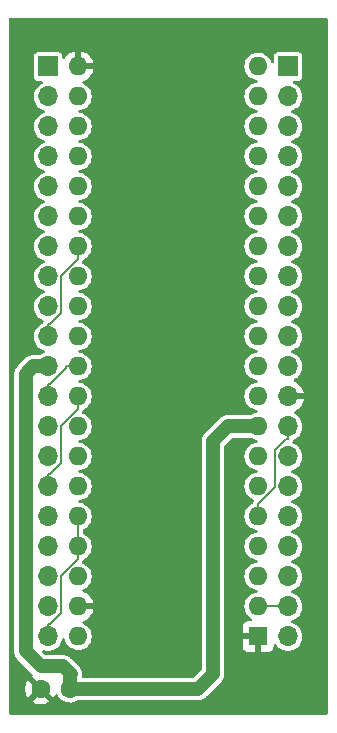
<source format=gtl>
G04 #@! TF.GenerationSoftware,KiCad,Pcbnew,(6.0.7-1)-1*
G04 #@! TF.CreationDate,2022-09-10T13:51:06+09:00*
G04 #@! TF.ProjectId,MEZ6800,4d455a36-3830-4302-9e6b-696361645f70,A*
G04 #@! TF.SameCoordinates,PX5f5e100PY8f0d180*
G04 #@! TF.FileFunction,Copper,L1,Top*
G04 #@! TF.FilePolarity,Positive*
%FSLAX46Y46*%
G04 Gerber Fmt 4.6, Leading zero omitted, Abs format (unit mm)*
G04 Created by KiCad (PCBNEW (6.0.7-1)-1) date 2022-09-10 13:51:06*
%MOMM*%
%LPD*%
G01*
G04 APERTURE LIST*
G04 #@! TA.AperFunction,ComponentPad*
%ADD10R,1.600000X1.600000*%
G04 #@! TD*
G04 #@! TA.AperFunction,ComponentPad*
%ADD11O,1.600000X1.600000*%
G04 #@! TD*
G04 #@! TA.AperFunction,ComponentPad*
%ADD12C,1.600000*%
G04 #@! TD*
G04 #@! TA.AperFunction,ComponentPad*
%ADD13R,1.700000X1.700000*%
G04 #@! TD*
G04 #@! TA.AperFunction,ComponentPad*
%ADD14O,1.700000X1.700000*%
G04 #@! TD*
G04 #@! TA.AperFunction,ViaPad*
%ADD15C,0.605000*%
G04 #@! TD*
G04 #@! TA.AperFunction,Conductor*
%ADD16C,1.200000*%
G04 #@! TD*
G04 #@! TA.AperFunction,Conductor*
%ADD17C,0.152400*%
G04 #@! TD*
G04 APERTURE END LIST*
D10*
X21595000Y7125000D03*
D11*
X21595000Y9665000D03*
X21595000Y12205000D03*
X21595000Y14745000D03*
X21595000Y17285000D03*
X21595000Y19825000D03*
X21595000Y22365000D03*
X21595000Y24905000D03*
X21595000Y27445000D03*
X21595000Y29985000D03*
X21595000Y32525000D03*
X21595000Y35065000D03*
X21595000Y37605000D03*
X21595000Y40145000D03*
X21595000Y42685000D03*
X21595000Y45225000D03*
X21595000Y47765000D03*
X21595000Y50305000D03*
X21595000Y52845000D03*
X21595000Y55385000D03*
X6355000Y55385000D03*
X6355000Y52845000D03*
X6355000Y50305000D03*
X6355000Y47765000D03*
X6355000Y45225000D03*
X6355000Y42685000D03*
X6355000Y40145000D03*
X6355000Y37605000D03*
X6355000Y35065000D03*
X6355000Y32525000D03*
X6355000Y29985000D03*
X6355000Y27445000D03*
X6355000Y24905000D03*
X6355000Y22365000D03*
X6355000Y19825000D03*
X6355000Y17285000D03*
X6355000Y14745000D03*
X6355000Y12205000D03*
X6355000Y9665000D03*
X6355000Y7125000D03*
D12*
X5695000Y2675000D03*
X3195000Y2675000D03*
D13*
X24130000Y55375000D03*
D14*
X24130000Y52835000D03*
X24130000Y50295000D03*
X24130000Y47755000D03*
X24130000Y45215000D03*
X24130000Y42675000D03*
X24130000Y40135000D03*
X24130000Y37595000D03*
X24130000Y35055000D03*
X24130000Y32515000D03*
X24130000Y29975000D03*
X24130000Y27435000D03*
X24130000Y24895000D03*
X24130000Y22355000D03*
X24130000Y19815000D03*
X24130000Y17275000D03*
X24130000Y14735000D03*
X24130000Y12195000D03*
X24130000Y9655000D03*
X24130000Y7115000D03*
D13*
X3810000Y55375000D03*
D14*
X3810000Y52835000D03*
X3810000Y50295000D03*
X3810000Y47755000D03*
X3810000Y45215000D03*
X3810000Y42675000D03*
X3810000Y40135000D03*
X3810000Y37595000D03*
X3810000Y35055000D03*
X3810000Y32515000D03*
X3810000Y29975000D03*
X3810000Y27435000D03*
X3810000Y24895000D03*
X3810000Y22355000D03*
X3810000Y19815000D03*
X3810000Y17275000D03*
X3810000Y14735000D03*
X3810000Y12195000D03*
X3810000Y9655000D03*
X3810000Y7115000D03*
D15*
X19685000Y16010000D03*
X19685000Y52840000D03*
X26035000Y43950000D03*
X9525000Y16010000D03*
X9525000Y52840000D03*
X19685000Y31250000D03*
X26035000Y2675000D03*
X1905000Y33790000D03*
X9525000Y31250000D03*
X26035000Y57920000D03*
D16*
X17780000Y3945000D02*
X17780000Y23630000D01*
X17780000Y23630000D02*
X19055000Y24905000D01*
X3810000Y29975000D02*
X2535000Y29975000D01*
X2535000Y29975000D02*
X1905000Y29345000D01*
X1905000Y5850000D02*
X3175000Y4580000D01*
X3175000Y4580000D02*
X5080000Y4580000D01*
X5695000Y3925000D02*
X5695000Y2675000D01*
X5080000Y4580000D02*
X5715000Y3945000D01*
X5695000Y2675000D02*
X16510000Y2675000D01*
X16510000Y2675000D02*
X17780000Y3945000D01*
X5715000Y3945000D02*
X5695000Y3925000D01*
X1905000Y29345000D02*
X1905000Y5850000D01*
X19055000Y24905000D02*
X21595000Y24905000D01*
D17*
X3810000Y33593900D02*
X3945000Y33593900D01*
X6355000Y40145000D02*
X6355000Y39116100D01*
X4888900Y34537800D02*
X4888900Y37650000D01*
X3810000Y32515000D02*
X3810000Y33593900D01*
X4888900Y37650000D02*
X6355000Y39116100D01*
X3945000Y33593900D02*
X4888900Y34537800D01*
X3810000Y28513900D02*
X3961600Y28513900D01*
X3810000Y27435000D02*
X3810000Y28513900D01*
X5326100Y29878400D02*
X5326100Y29985000D01*
X6355000Y29985000D02*
X5326100Y29985000D01*
X3961600Y28513900D02*
X5326100Y29878400D01*
X3945000Y20893900D02*
X4888900Y21837800D01*
X4888900Y24950000D02*
X6355000Y26416100D01*
X6355000Y27445000D02*
X6355000Y26416100D01*
X3810000Y20893900D02*
X3945000Y20893900D01*
X4888900Y21837800D02*
X4888900Y24950000D01*
X3810000Y19815000D02*
X3810000Y20893900D01*
X6355000Y14745000D02*
X6355000Y17285000D01*
X3810000Y7115000D02*
X3810000Y8193900D01*
X3945000Y8193900D02*
X4888900Y9137800D01*
X4888900Y12250000D02*
X6355000Y13716100D01*
X6355000Y14745000D02*
X6355000Y13716100D01*
X3810000Y8193900D02*
X3945000Y8193900D01*
X4888900Y9137800D02*
X4888900Y12250000D01*
X23995000Y23816100D02*
X23051100Y22872200D01*
X21595000Y17285000D02*
X21595000Y18313900D01*
X23051100Y22872200D02*
X23051100Y19770000D01*
X24130000Y23816100D02*
X23995000Y23816100D01*
X24130000Y24895000D02*
X24130000Y23816100D01*
X23051100Y19770000D02*
X21595000Y18313900D01*
X22633900Y9655000D02*
X22623900Y9665000D01*
X21595000Y9665000D02*
X22623900Y9665000D01*
X24130000Y9655000D02*
X22633900Y9655000D01*
G04 #@! TA.AperFunction,Conductor*
G36*
X27442121Y59479998D02*
G01*
X27488614Y59426342D01*
X27500000Y59374000D01*
X27500000Y626000D01*
X27479998Y557879D01*
X27426342Y511386D01*
X27374000Y500000D01*
X626000Y500000D01*
X557879Y520002D01*
X511386Y573658D01*
X500000Y626000D01*
X500000Y1588938D01*
X2473493Y1588938D01*
X2482789Y1576923D01*
X2533994Y1541069D01*
X2543489Y1535586D01*
X2740947Y1443510D01*
X2751239Y1439764D01*
X2961688Y1383375D01*
X2972481Y1381472D01*
X3189525Y1362483D01*
X3200475Y1362483D01*
X3417519Y1381472D01*
X3428312Y1383375D01*
X3638761Y1439764D01*
X3649053Y1443510D01*
X3846511Y1535586D01*
X3856006Y1541069D01*
X3908048Y1577509D01*
X3916424Y1587988D01*
X3909356Y1601434D01*
X3207812Y2302978D01*
X3193868Y2310592D01*
X3192035Y2310461D01*
X3185420Y2306210D01*
X2479923Y1600713D01*
X2473493Y1588938D01*
X500000Y1588938D01*
X500000Y2669525D01*
X1882483Y2669525D01*
X1901472Y2452481D01*
X1903375Y2441688D01*
X1959764Y2231239D01*
X1963510Y2220947D01*
X2055586Y2023489D01*
X2061069Y2013994D01*
X2097509Y1961952D01*
X2107988Y1953576D01*
X2121434Y1960644D01*
X2822978Y2662188D01*
X2830592Y2676132D01*
X2830461Y2677965D01*
X2826210Y2684580D01*
X2120713Y3390077D01*
X2108938Y3396507D01*
X2096923Y3387211D01*
X2061069Y3336006D01*
X2055586Y3326511D01*
X1963510Y3129053D01*
X1959764Y3118761D01*
X1903375Y2908312D01*
X1901472Y2897519D01*
X1882483Y2680475D01*
X1882483Y2669525D01*
X500000Y2669525D01*
X500000Y29321658D01*
X949883Y29321658D01*
X950683Y29315326D01*
X953506Y29292979D01*
X954500Y29277187D01*
X954500Y5865432D01*
X954451Y5861914D01*
X953062Y5812167D01*
X952164Y5780028D01*
X962075Y5723821D01*
X963343Y5714678D01*
X969112Y5657890D01*
X975704Y5636855D01*
X977166Y5632189D01*
X981016Y5616393D01*
X984585Y5596153D01*
X984587Y5596144D01*
X985695Y5589863D01*
X988044Y5583930D01*
X1006706Y5536794D01*
X1009788Y5528091D01*
X1026856Y5473627D01*
X1029950Y5468044D01*
X1029951Y5468043D01*
X1039918Y5450062D01*
X1046862Y5435371D01*
X1056779Y5410325D01*
X1078184Y5377615D01*
X1088028Y5362572D01*
X1092798Y5354664D01*
X1120472Y5304739D01*
X1124626Y5299893D01*
X1124627Y5299891D01*
X1138001Y5284288D01*
X1147766Y5271282D01*
X1162513Y5248746D01*
X1166758Y5244032D01*
X1203543Y5207247D01*
X1210116Y5200150D01*
X1246136Y5158125D01*
X1268986Y5140400D01*
X1280848Y5129942D01*
X2471696Y3939094D01*
X2505722Y3876782D01*
X2500657Y3805967D01*
X2481023Y3771328D01*
X2473576Y3762012D01*
X2480644Y3748566D01*
X4269287Y1959923D01*
X4281062Y1953493D01*
X4293077Y1962789D01*
X4328931Y2013994D01*
X4334414Y2023489D01*
X4417680Y2202054D01*
X4464597Y2255339D01*
X4532875Y2274800D01*
X4600835Y2254258D01*
X4646300Y2201556D01*
X4694369Y2097286D01*
X4816405Y1924609D01*
X4820539Y1920582D01*
X4949507Y1794947D01*
X4967865Y1777063D01*
X4972661Y1773858D01*
X4972664Y1773856D01*
X5050027Y1722164D01*
X5143677Y1659589D01*
X5148985Y1657308D01*
X5148986Y1657308D01*
X5332650Y1578400D01*
X5332653Y1578399D01*
X5337953Y1576122D01*
X5343582Y1574848D01*
X5343583Y1574848D01*
X5538550Y1530731D01*
X5538553Y1530731D01*
X5544186Y1529456D01*
X5549957Y1529229D01*
X5549959Y1529229D01*
X5611989Y1526792D01*
X5755470Y1521154D01*
X5761179Y1521982D01*
X5761183Y1521982D01*
X5959015Y1550667D01*
X5959019Y1550668D01*
X5964730Y1551496D01*
X6043987Y1578400D01*
X6159483Y1617605D01*
X6159488Y1617607D01*
X6164955Y1619463D01*
X6323823Y1708434D01*
X6385390Y1724500D01*
X16494568Y1724500D01*
X16498086Y1724451D01*
X16573589Y1722342D01*
X16573592Y1722342D01*
X16579972Y1722164D01*
X16636191Y1732077D01*
X16645322Y1733343D01*
X16702110Y1739112D01*
X16723145Y1745704D01*
X16727811Y1747166D01*
X16743607Y1751016D01*
X16763847Y1754585D01*
X16763856Y1754587D01*
X16770137Y1755695D01*
X16776070Y1758044D01*
X16823206Y1776706D01*
X16831909Y1779788D01*
X16836064Y1781090D01*
X16886373Y1796856D01*
X16909939Y1809919D01*
X16924629Y1816862D01*
X16949675Y1826779D01*
X16997431Y1858030D01*
X17005336Y1862798D01*
X17049672Y1887374D01*
X17055261Y1890472D01*
X17075712Y1908001D01*
X17088718Y1917766D01*
X17099175Y1924609D01*
X17111254Y1932513D01*
X17115968Y1936758D01*
X17152753Y1973543D01*
X17159850Y1980116D01*
X17197032Y2011985D01*
X17201875Y2016136D01*
X17219600Y2038986D01*
X17230058Y2050848D01*
X18441189Y3261979D01*
X18443711Y3264432D01*
X18503235Y3320721D01*
X18506896Y3325950D01*
X18506899Y3325953D01*
X18535973Y3367475D01*
X18541543Y3374839D01*
X18573579Y3414120D01*
X18573580Y3414122D01*
X18577615Y3419069D01*
X18590100Y3442950D01*
X18598540Y3456832D01*
X18613991Y3478898D01*
X18636664Y3531293D01*
X18640622Y3539591D01*
X18667077Y3590194D01*
X18671075Y3604135D01*
X18674502Y3616087D01*
X18679985Y3631400D01*
X18688143Y3650251D01*
X18688145Y3650256D01*
X18690680Y3656115D01*
X18702355Y3712000D01*
X18704561Y3720916D01*
X18720303Y3775813D01*
X18722371Y3802682D01*
X18724662Y3818779D01*
X18725206Y3821379D01*
X18730168Y3845133D01*
X18730500Y3851468D01*
X18730500Y3903494D01*
X18730871Y3913161D01*
X18731210Y3917559D01*
X18735117Y3968342D01*
X18731494Y3997021D01*
X18730500Y4012813D01*
X18730500Y6280331D01*
X20287001Y6280331D01*
X20287371Y6273510D01*
X20292895Y6222648D01*
X20296521Y6207396D01*
X20341676Y6086946D01*
X20350214Y6071351D01*
X20426715Y5969276D01*
X20439276Y5956715D01*
X20541351Y5880214D01*
X20556946Y5871676D01*
X20677394Y5826522D01*
X20692649Y5822895D01*
X20743514Y5817369D01*
X20750328Y5817000D01*
X21322885Y5817000D01*
X21338124Y5821475D01*
X21339329Y5822865D01*
X21341000Y5830548D01*
X21341000Y6852885D01*
X21336525Y6868124D01*
X21335135Y6869329D01*
X21327452Y6871000D01*
X20305116Y6871000D01*
X20289877Y6866525D01*
X20288672Y6865135D01*
X20287001Y6857452D01*
X20287001Y6280331D01*
X18730500Y6280331D01*
X18730500Y23184100D01*
X18750502Y23252221D01*
X18767405Y23273195D01*
X19411805Y23917595D01*
X19474117Y23951621D01*
X19500900Y23954500D01*
X20908309Y23954500D01*
X20978311Y23933265D01*
X21001763Y23917595D01*
X21043677Y23889589D01*
X21048985Y23887308D01*
X21048986Y23887308D01*
X21232650Y23808400D01*
X21232653Y23808399D01*
X21237953Y23806122D01*
X21243582Y23804848D01*
X21243583Y23804848D01*
X21438550Y23760731D01*
X21438553Y23760731D01*
X21444186Y23759456D01*
X21449958Y23759229D01*
X21455687Y23758475D01*
X21455327Y23755743D01*
X21511604Y23736784D01*
X21555950Y23681341D01*
X21563282Y23610724D01*
X21531271Y23547353D01*
X21470081Y23511349D01*
X21460704Y23509368D01*
X21301650Y23482038D01*
X21301649Y23482038D01*
X21295953Y23481059D01*
X21097575Y23407873D01*
X21092614Y23404921D01*
X21092613Y23404921D01*
X20935588Y23311501D01*
X20915856Y23299762D01*
X20756881Y23160345D01*
X20625976Y22994292D01*
X20623287Y22989181D01*
X20623285Y22989178D01*
X20597256Y22939705D01*
X20527523Y22807164D01*
X20464820Y22605227D01*
X20439967Y22395246D01*
X20453796Y22184251D01*
X20455217Y22178655D01*
X20455218Y22178650D01*
X20477784Y22089800D01*
X20505845Y21979310D01*
X20594369Y21787286D01*
X20716405Y21614609D01*
X20867865Y21467063D01*
X20872661Y21463858D01*
X20872664Y21463856D01*
X20996314Y21381236D01*
X21043677Y21349589D01*
X21048985Y21347308D01*
X21048986Y21347308D01*
X21232650Y21268400D01*
X21232653Y21268399D01*
X21237953Y21266122D01*
X21243582Y21264848D01*
X21243583Y21264848D01*
X21438550Y21220731D01*
X21438553Y21220731D01*
X21444186Y21219456D01*
X21449958Y21219229D01*
X21455687Y21218475D01*
X21455327Y21215743D01*
X21511604Y21196784D01*
X21555950Y21141341D01*
X21563282Y21070724D01*
X21531271Y21007353D01*
X21470081Y20971349D01*
X21460704Y20969368D01*
X21301650Y20942038D01*
X21301649Y20942038D01*
X21295953Y20941059D01*
X21097575Y20867873D01*
X21092614Y20864921D01*
X21092613Y20864921D01*
X20935588Y20771501D01*
X20915856Y20759762D01*
X20756881Y20620345D01*
X20625976Y20454292D01*
X20623287Y20449181D01*
X20623285Y20449178D01*
X20609792Y20423531D01*
X20527523Y20267164D01*
X20464820Y20065227D01*
X20439967Y19855246D01*
X20453796Y19644251D01*
X20455217Y19638655D01*
X20455218Y19638650D01*
X20477784Y19549800D01*
X20505845Y19439310D01*
X20594369Y19247286D01*
X20716405Y19074609D01*
X20867865Y18927063D01*
X20872661Y18923858D01*
X20872664Y18923856D01*
X20996314Y18841236D01*
X21043677Y18809589D01*
X21174974Y18753180D01*
X21191346Y18746146D01*
X21246040Y18700878D01*
X21267577Y18633227D01*
X21249120Y18564671D01*
X21242973Y18555537D01*
X21213638Y18515821D01*
X21211373Y18509371D01*
X21207483Y18503743D01*
X21204645Y18494768D01*
X21204642Y18494763D01*
X21190756Y18450854D01*
X21189503Y18447098D01*
X21174730Y18405031D01*
X21133287Y18347386D01*
X21107803Y18333210D01*
X21108209Y18332360D01*
X21102991Y18329871D01*
X21097575Y18327873D01*
X21092614Y18324921D01*
X21092613Y18324921D01*
X20935588Y18231501D01*
X20915856Y18219762D01*
X20756881Y18080345D01*
X20625976Y17914292D01*
X20623287Y17909181D01*
X20623285Y17909178D01*
X20609792Y17883531D01*
X20527523Y17727164D01*
X20464820Y17525227D01*
X20439967Y17315246D01*
X20453796Y17104251D01*
X20455217Y17098655D01*
X20455218Y17098650D01*
X20480460Y16999262D01*
X20505845Y16899310D01*
X20594369Y16707286D01*
X20716405Y16534609D01*
X20867865Y16387063D01*
X20872661Y16383858D01*
X20872664Y16383856D01*
X20996314Y16301236D01*
X21043677Y16269589D01*
X21048985Y16267308D01*
X21048986Y16267308D01*
X21232650Y16188400D01*
X21232653Y16188399D01*
X21237953Y16186122D01*
X21243582Y16184848D01*
X21243583Y16184848D01*
X21438550Y16140731D01*
X21438553Y16140731D01*
X21444186Y16139456D01*
X21449958Y16139229D01*
X21455687Y16138475D01*
X21455327Y16135743D01*
X21511604Y16116784D01*
X21555950Y16061341D01*
X21563282Y15990724D01*
X21531271Y15927353D01*
X21470081Y15891349D01*
X21460704Y15889368D01*
X21301650Y15862038D01*
X21301649Y15862038D01*
X21295953Y15861059D01*
X21097575Y15787873D01*
X21092614Y15784921D01*
X21092613Y15784921D01*
X20935588Y15691501D01*
X20915856Y15679762D01*
X20756881Y15540345D01*
X20625976Y15374292D01*
X20623287Y15369181D01*
X20623285Y15369178D01*
X20609792Y15343531D01*
X20527523Y15187164D01*
X20464820Y14985227D01*
X20439967Y14775246D01*
X20453796Y14564251D01*
X20455217Y14558655D01*
X20455218Y14558650D01*
X20480460Y14459262D01*
X20505845Y14359310D01*
X20594369Y14167286D01*
X20716405Y13994609D01*
X20867865Y13847063D01*
X20872661Y13843858D01*
X20872664Y13843856D01*
X20974396Y13775881D01*
X21043677Y13729589D01*
X21048985Y13727308D01*
X21048986Y13727308D01*
X21232650Y13648400D01*
X21232653Y13648399D01*
X21237953Y13646122D01*
X21243582Y13644848D01*
X21243583Y13644848D01*
X21438550Y13600731D01*
X21438553Y13600731D01*
X21444186Y13599456D01*
X21449958Y13599229D01*
X21455687Y13598475D01*
X21455327Y13595743D01*
X21511604Y13576784D01*
X21555950Y13521341D01*
X21563282Y13450724D01*
X21531271Y13387353D01*
X21470081Y13351349D01*
X21460704Y13349368D01*
X21301650Y13322038D01*
X21301649Y13322038D01*
X21295953Y13321059D01*
X21097575Y13247873D01*
X21092614Y13244921D01*
X21092613Y13244921D01*
X20935588Y13151501D01*
X20915856Y13139762D01*
X20756881Y13000345D01*
X20625976Y12834292D01*
X20623287Y12829181D01*
X20623285Y12829178D01*
X20609792Y12803531D01*
X20527523Y12647164D01*
X20464820Y12445227D01*
X20439967Y12235246D01*
X20453796Y12024251D01*
X20455217Y12018655D01*
X20455218Y12018650D01*
X20480460Y11919262D01*
X20505845Y11819310D01*
X20594369Y11627286D01*
X20716405Y11454609D01*
X20867865Y11307063D01*
X20872661Y11303858D01*
X20872664Y11303856D01*
X20996314Y11221236D01*
X21043677Y11189589D01*
X21048985Y11187308D01*
X21048986Y11187308D01*
X21232650Y11108400D01*
X21232653Y11108399D01*
X21237953Y11106122D01*
X21243582Y11104848D01*
X21243583Y11104848D01*
X21438550Y11060731D01*
X21438553Y11060731D01*
X21444186Y11059456D01*
X21449958Y11059229D01*
X21455687Y11058475D01*
X21455327Y11055743D01*
X21511604Y11036784D01*
X21555950Y10981341D01*
X21563282Y10910724D01*
X21531271Y10847353D01*
X21470081Y10811349D01*
X21460704Y10809368D01*
X21301650Y10782038D01*
X21301649Y10782038D01*
X21295953Y10781059D01*
X21097575Y10707873D01*
X21092614Y10704921D01*
X21092613Y10704921D01*
X20935588Y10611501D01*
X20915856Y10599762D01*
X20756881Y10460345D01*
X20625976Y10294292D01*
X20623287Y10289181D01*
X20623285Y10289178D01*
X20609792Y10263531D01*
X20527523Y10107164D01*
X20464820Y9905227D01*
X20439967Y9695246D01*
X20453796Y9484251D01*
X20455217Y9478655D01*
X20455218Y9478650D01*
X20473263Y9407599D01*
X20505845Y9279310D01*
X20508262Y9274067D01*
X20532616Y9221239D01*
X20594369Y9087286D01*
X20716405Y8914609D01*
X20867865Y8767063D01*
X20872665Y8763856D01*
X21022462Y8663764D01*
X21067990Y8609287D01*
X21076838Y8538844D01*
X21046196Y8474800D01*
X20985794Y8437488D01*
X20952460Y8432999D01*
X20750331Y8432999D01*
X20743510Y8432629D01*
X20692648Y8427105D01*
X20677396Y8423479D01*
X20556946Y8378324D01*
X20541351Y8369786D01*
X20439276Y8293285D01*
X20426715Y8280724D01*
X20350214Y8178649D01*
X20341676Y8163054D01*
X20296522Y8042606D01*
X20292895Y8027351D01*
X20287369Y7976486D01*
X20287000Y7969672D01*
X20287000Y7397115D01*
X20291475Y7381876D01*
X20292865Y7380671D01*
X20300548Y7379000D01*
X21723000Y7379000D01*
X21791121Y7358998D01*
X21837614Y7305342D01*
X21849000Y7253000D01*
X21849000Y5835116D01*
X21853475Y5819877D01*
X21854865Y5818672D01*
X21862548Y5817001D01*
X22439669Y5817001D01*
X22446490Y5817371D01*
X22497352Y5822895D01*
X22512604Y5826521D01*
X22633054Y5871676D01*
X22648649Y5880214D01*
X22750724Y5956715D01*
X22763285Y5969276D01*
X22839786Y6071351D01*
X22848324Y6086946D01*
X22893478Y6207394D01*
X22897105Y6222649D01*
X22902631Y6273514D01*
X22903000Y6280328D01*
X22903000Y6374351D01*
X22923002Y6442472D01*
X22976658Y6488965D01*
X23046932Y6499069D01*
X23111512Y6469575D01*
X23131895Y6447073D01*
X23213222Y6331998D01*
X23371264Y6178039D01*
X23376060Y6174834D01*
X23376063Y6174832D01*
X23460261Y6118573D01*
X23554717Y6055460D01*
X23560020Y6053182D01*
X23560023Y6053180D01*
X23682251Y6000667D01*
X23757436Y5968365D01*
X23837088Y5950342D01*
X23966995Y5920946D01*
X23967001Y5920945D01*
X23972632Y5919671D01*
X23978403Y5919444D01*
X23978405Y5919444D01*
X24046211Y5916780D01*
X24193098Y5911009D01*
X24302275Y5926839D01*
X24405738Y5941840D01*
X24405743Y5941841D01*
X24411452Y5942669D01*
X24416916Y5944524D01*
X24416921Y5944525D01*
X24614907Y6011732D01*
X24614912Y6011734D01*
X24620379Y6013590D01*
X24642757Y6026122D01*
X24725190Y6072287D01*
X24812884Y6121398D01*
X24879112Y6176479D01*
X24978086Y6258796D01*
X24982518Y6262482D01*
X25044256Y6336713D01*
X25119908Y6427674D01*
X25119910Y6427677D01*
X25123602Y6432116D01*
X25231410Y6624621D01*
X25233266Y6630088D01*
X25233268Y6630093D01*
X25300475Y6828079D01*
X25300476Y6828084D01*
X25302331Y6833548D01*
X25303159Y6839257D01*
X25303160Y6839262D01*
X25333458Y7048228D01*
X25333991Y7051902D01*
X25335643Y7115000D01*
X25315454Y7334711D01*
X25313646Y7341124D01*
X25257134Y7541500D01*
X25255565Y7547064D01*
X25157980Y7744947D01*
X25025967Y7921733D01*
X24895210Y8042604D01*
X24868189Y8067582D01*
X24868186Y8067584D01*
X24863949Y8071501D01*
X24677350Y8189236D01*
X24474955Y8269983D01*
X24419096Y8313804D01*
X24395795Y8380868D01*
X24412451Y8449883D01*
X24463775Y8498937D01*
X24481144Y8506326D01*
X24614907Y8551732D01*
X24614912Y8551734D01*
X24620379Y8553590D01*
X24642757Y8566122D01*
X24720147Y8609463D01*
X24812884Y8661398D01*
X24836737Y8681236D01*
X24978086Y8798796D01*
X24982518Y8802482D01*
X25055038Y8889677D01*
X25119908Y8967674D01*
X25119910Y8967677D01*
X25123602Y8972116D01*
X25231410Y9164621D01*
X25233266Y9170088D01*
X25233268Y9170093D01*
X25300475Y9368079D01*
X25300476Y9368084D01*
X25302331Y9373548D01*
X25303159Y9379257D01*
X25303160Y9379262D01*
X25322346Y9511587D01*
X25333991Y9591902D01*
X25335643Y9655000D01*
X25315454Y9874711D01*
X25255565Y10087064D01*
X25157980Y10284947D01*
X25025967Y10461733D01*
X24880770Y10595952D01*
X24868189Y10607582D01*
X24868186Y10607584D01*
X24863949Y10611501D01*
X24677350Y10729236D01*
X24474955Y10809983D01*
X24419096Y10853804D01*
X24395795Y10920868D01*
X24412451Y10989883D01*
X24463775Y11038937D01*
X24481144Y11046326D01*
X24614907Y11091732D01*
X24614912Y11091734D01*
X24620379Y11093590D01*
X24642757Y11106122D01*
X24725190Y11152287D01*
X24812884Y11201398D01*
X24836737Y11221236D01*
X24978086Y11338796D01*
X24982518Y11342482D01*
X25044256Y11416713D01*
X25119908Y11507674D01*
X25119910Y11507677D01*
X25123602Y11512116D01*
X25231410Y11704621D01*
X25233266Y11710088D01*
X25233268Y11710093D01*
X25300475Y11908079D01*
X25300476Y11908084D01*
X25302331Y11913548D01*
X25303159Y11919257D01*
X25303160Y11919262D01*
X25333458Y12128228D01*
X25333991Y12131902D01*
X25335643Y12195000D01*
X25315454Y12414711D01*
X25313646Y12421124D01*
X25257134Y12621500D01*
X25255565Y12627064D01*
X25157980Y12824947D01*
X25112319Y12886095D01*
X25029420Y12997109D01*
X25029420Y12997110D01*
X25025967Y13001733D01*
X24880770Y13135952D01*
X24868189Y13147582D01*
X24868186Y13147584D01*
X24863949Y13151501D01*
X24677350Y13269236D01*
X24474955Y13349983D01*
X24419096Y13393804D01*
X24395795Y13460868D01*
X24412451Y13529883D01*
X24463775Y13578937D01*
X24481144Y13586326D01*
X24614907Y13631732D01*
X24614912Y13631734D01*
X24620379Y13633590D01*
X24625576Y13636500D01*
X24725190Y13692287D01*
X24812884Y13741398D01*
X24836737Y13761236D01*
X24978086Y13878796D01*
X24982518Y13882482D01*
X25044256Y13956713D01*
X25119908Y14047674D01*
X25119910Y14047677D01*
X25123602Y14052116D01*
X25231410Y14244621D01*
X25233266Y14250088D01*
X25233268Y14250093D01*
X25300475Y14448079D01*
X25300476Y14448084D01*
X25302331Y14453548D01*
X25303159Y14459257D01*
X25303160Y14459262D01*
X25333458Y14668228D01*
X25333991Y14671902D01*
X25335643Y14735000D01*
X25315454Y14954711D01*
X25313646Y14961124D01*
X25257134Y15161500D01*
X25255565Y15167064D01*
X25157980Y15364947D01*
X25025967Y15541733D01*
X24880770Y15675952D01*
X24868189Y15687582D01*
X24868186Y15687584D01*
X24863949Y15691501D01*
X24677350Y15809236D01*
X24474955Y15889983D01*
X24419096Y15933804D01*
X24395795Y16000868D01*
X24412451Y16069883D01*
X24463775Y16118937D01*
X24481144Y16126326D01*
X24614907Y16171732D01*
X24614912Y16171734D01*
X24620379Y16173590D01*
X24642757Y16186122D01*
X24725190Y16232287D01*
X24812884Y16281398D01*
X24836737Y16301236D01*
X24978086Y16418796D01*
X24982518Y16422482D01*
X25044256Y16496713D01*
X25119908Y16587674D01*
X25119910Y16587677D01*
X25123602Y16592116D01*
X25231410Y16784621D01*
X25233266Y16790088D01*
X25233268Y16790093D01*
X25300475Y16988079D01*
X25300476Y16988084D01*
X25302331Y16993548D01*
X25303159Y16999257D01*
X25303160Y16999262D01*
X25333458Y17208228D01*
X25333991Y17211902D01*
X25335643Y17275000D01*
X25315454Y17494711D01*
X25313646Y17501124D01*
X25257134Y17701500D01*
X25255565Y17707064D01*
X25157980Y17904947D01*
X25025967Y18081733D01*
X24910718Y18188268D01*
X24868189Y18227582D01*
X24868186Y18227584D01*
X24863949Y18231501D01*
X24677350Y18349236D01*
X24474955Y18429983D01*
X24419096Y18473804D01*
X24395795Y18540868D01*
X24412451Y18609883D01*
X24463775Y18658937D01*
X24481144Y18666326D01*
X24614907Y18711732D01*
X24614912Y18711734D01*
X24620379Y18713590D01*
X24642757Y18726122D01*
X24725190Y18772287D01*
X24812884Y18821398D01*
X24836737Y18841236D01*
X24978086Y18958796D01*
X24982518Y18962482D01*
X25044257Y19036715D01*
X25119908Y19127674D01*
X25119910Y19127677D01*
X25123602Y19132116D01*
X25231410Y19324621D01*
X25233266Y19330088D01*
X25233268Y19330093D01*
X25300475Y19528079D01*
X25300476Y19528084D01*
X25302331Y19533548D01*
X25303159Y19539257D01*
X25303160Y19539262D01*
X25333458Y19748228D01*
X25333991Y19751902D01*
X25335643Y19815000D01*
X25315454Y20034711D01*
X25313646Y20041124D01*
X25257134Y20241500D01*
X25255565Y20247064D01*
X25157980Y20444947D01*
X25025967Y20621733D01*
X24880770Y20755952D01*
X24868189Y20767582D01*
X24868186Y20767584D01*
X24863949Y20771501D01*
X24677350Y20889236D01*
X24474955Y20969983D01*
X24419096Y21013804D01*
X24395795Y21080868D01*
X24412451Y21149883D01*
X24463775Y21198937D01*
X24481144Y21206326D01*
X24614907Y21251732D01*
X24614912Y21251734D01*
X24620379Y21253590D01*
X24635313Y21261953D01*
X24725190Y21312287D01*
X24812884Y21361398D01*
X24836737Y21381236D01*
X24978086Y21498796D01*
X24982518Y21502482D01*
X25055038Y21589677D01*
X25119908Y21667674D01*
X25119910Y21667677D01*
X25123602Y21672116D01*
X25231410Y21864621D01*
X25233266Y21870088D01*
X25233268Y21870093D01*
X25300475Y22068079D01*
X25300476Y22068084D01*
X25302331Y22073548D01*
X25303159Y22079257D01*
X25303160Y22079262D01*
X25333458Y22288228D01*
X25333991Y22291902D01*
X25335643Y22355000D01*
X25315454Y22574711D01*
X25313646Y22581124D01*
X25257134Y22781500D01*
X25255565Y22787064D01*
X25157980Y22984947D01*
X25100410Y23062043D01*
X25029420Y23157109D01*
X25029420Y23157110D01*
X25025967Y23161733D01*
X24880770Y23295952D01*
X24868189Y23307582D01*
X24868186Y23307584D01*
X24863949Y23311501D01*
X24677350Y23429236D01*
X24587875Y23464933D01*
X24532017Y23508752D01*
X24508716Y23575816D01*
X24519022Y23625798D01*
X24517522Y23626272D01*
X24518468Y23629262D01*
X24520844Y23634637D01*
X24521412Y23637390D01*
X24523692Y23642044D01*
X24526488Y23649105D01*
X24531217Y23657247D01*
X24533400Y23666662D01*
X24540800Y23698589D01*
X24543412Y23708134D01*
X24545373Y23714334D01*
X24584987Y23773252D01*
X24614256Y23791443D01*
X24614904Y23791732D01*
X24620379Y23793590D01*
X24625422Y23796414D01*
X24625426Y23796416D01*
X24736284Y23858500D01*
X24812884Y23901398D01*
X24836737Y23921236D01*
X24978086Y24038796D01*
X24982518Y24042482D01*
X25051015Y24124840D01*
X25119908Y24207674D01*
X25119910Y24207677D01*
X25123602Y24212116D01*
X25231410Y24404621D01*
X25233266Y24410088D01*
X25233268Y24410093D01*
X25300475Y24608079D01*
X25300476Y24608084D01*
X25302331Y24613548D01*
X25303159Y24619257D01*
X25303160Y24619262D01*
X25333458Y24828228D01*
X25333991Y24831902D01*
X25335643Y24895000D01*
X25315454Y25114711D01*
X25313646Y25121124D01*
X25257134Y25321500D01*
X25255565Y25327064D01*
X25157980Y25524947D01*
X25125820Y25568015D01*
X25029420Y25697109D01*
X25029420Y25697110D01*
X25025967Y25701733D01*
X24896228Y25821663D01*
X24868189Y25847582D01*
X24868186Y25847584D01*
X24863949Y25851501D01*
X24678702Y25968383D01*
X24678700Y25968385D01*
X24677350Y25969236D01*
X24677517Y25969501D01*
X24628071Y26016198D01*
X24611002Y26085112D01*
X24633901Y26152314D01*
X24681454Y26192871D01*
X24823095Y26262261D01*
X24831945Y26267536D01*
X25005328Y26391208D01*
X25013200Y26397861D01*
X25164052Y26548188D01*
X25170730Y26556035D01*
X25295003Y26728980D01*
X25300313Y26737817D01*
X25394670Y26928733D01*
X25398469Y26938328D01*
X25460377Y27142090D01*
X25462555Y27152163D01*
X25463986Y27163038D01*
X25461775Y27177222D01*
X25448617Y27181000D01*
X24002000Y27181000D01*
X23933879Y27201002D01*
X23887386Y27254658D01*
X23876000Y27307000D01*
X23876000Y27563000D01*
X23896002Y27631121D01*
X23949658Y27677614D01*
X24002000Y27689000D01*
X25448344Y27689000D01*
X25461875Y27692973D01*
X25463180Y27702053D01*
X25421214Y27869125D01*
X25417894Y27878876D01*
X25332972Y28074186D01*
X25328105Y28083261D01*
X25212426Y28262074D01*
X25206136Y28270243D01*
X25062806Y28427760D01*
X25055273Y28434785D01*
X24888139Y28566778D01*
X24879552Y28572483D01*
X24693115Y28675402D01*
X24684687Y28679190D01*
X24630752Y28725359D01*
X24610340Y28793358D01*
X24629932Y28861598D01*
X24674771Y28904051D01*
X24787724Y28967308D01*
X24812884Y28981398D01*
X24864709Y29024500D01*
X24978086Y29118796D01*
X24982518Y29122482D01*
X25072421Y29230578D01*
X25119908Y29287674D01*
X25119910Y29287677D01*
X25123602Y29292116D01*
X25231410Y29484621D01*
X25233266Y29490088D01*
X25233268Y29490093D01*
X25300475Y29688079D01*
X25300476Y29688084D01*
X25302331Y29693548D01*
X25303159Y29699257D01*
X25303160Y29699262D01*
X25333458Y29908228D01*
X25333991Y29911902D01*
X25335643Y29975000D01*
X25315454Y30194711D01*
X25313646Y30201124D01*
X25273942Y30341902D01*
X25255565Y30407064D01*
X25157980Y30604947D01*
X25140150Y30628825D01*
X25029420Y30777109D01*
X25029420Y30777110D01*
X25025967Y30781733D01*
X24906731Y30891954D01*
X24868189Y30927582D01*
X24868186Y30927584D01*
X24863949Y30931501D01*
X24677350Y31049236D01*
X24474955Y31129983D01*
X24419096Y31173804D01*
X24395795Y31240868D01*
X24412451Y31309883D01*
X24463775Y31358937D01*
X24481144Y31366326D01*
X24614907Y31411732D01*
X24614912Y31411734D01*
X24620379Y31413590D01*
X24642757Y31426122D01*
X24787724Y31507308D01*
X24812884Y31521398D01*
X24879112Y31576479D01*
X24978086Y31658796D01*
X24982518Y31662482D01*
X25044256Y31736713D01*
X25119908Y31827674D01*
X25119910Y31827677D01*
X25123602Y31832116D01*
X25231410Y32024621D01*
X25233266Y32030088D01*
X25233268Y32030093D01*
X25300475Y32228079D01*
X25300476Y32228084D01*
X25302331Y32233548D01*
X25303159Y32239257D01*
X25303160Y32239262D01*
X25333458Y32448228D01*
X25333991Y32451902D01*
X25335643Y32515000D01*
X25315454Y32734711D01*
X25313646Y32741124D01*
X25257134Y32941500D01*
X25255565Y32947064D01*
X25157980Y33144947D01*
X25025967Y33321733D01*
X24880770Y33455952D01*
X24868189Y33467582D01*
X24868186Y33467584D01*
X24863949Y33471501D01*
X24677350Y33589236D01*
X24474955Y33669983D01*
X24419096Y33713804D01*
X24395795Y33780868D01*
X24412451Y33849883D01*
X24463775Y33898937D01*
X24481144Y33906326D01*
X24614907Y33951732D01*
X24614912Y33951734D01*
X24620379Y33953590D01*
X24642757Y33966122D01*
X24787724Y34047308D01*
X24812884Y34061398D01*
X24879112Y34116479D01*
X24978086Y34198796D01*
X24982518Y34202482D01*
X25055038Y34289677D01*
X25119908Y34367674D01*
X25119910Y34367677D01*
X25123602Y34372116D01*
X25231410Y34564621D01*
X25233266Y34570088D01*
X25233268Y34570093D01*
X25300475Y34768079D01*
X25300476Y34768084D01*
X25302331Y34773548D01*
X25303159Y34779257D01*
X25303160Y34779262D01*
X25333458Y34988228D01*
X25333991Y34991902D01*
X25335643Y35055000D01*
X25315454Y35274711D01*
X25313646Y35281124D01*
X25257134Y35481500D01*
X25255565Y35487064D01*
X25157980Y35684947D01*
X25036976Y35846991D01*
X25029420Y35857109D01*
X25029420Y35857110D01*
X25025967Y35861733D01*
X24880770Y35995952D01*
X24868189Y36007582D01*
X24868186Y36007584D01*
X24863949Y36011501D01*
X24677350Y36129236D01*
X24474955Y36209983D01*
X24419096Y36253804D01*
X24395795Y36320868D01*
X24412451Y36389883D01*
X24463775Y36438937D01*
X24481144Y36446326D01*
X24614907Y36491732D01*
X24614912Y36491734D01*
X24620379Y36493590D01*
X24642757Y36506122D01*
X24725190Y36552287D01*
X24812884Y36601398D01*
X24879112Y36656479D01*
X24978086Y36738796D01*
X24982518Y36742482D01*
X25044256Y36816713D01*
X25119908Y36907674D01*
X25119910Y36907677D01*
X25123602Y36912116D01*
X25231410Y37104621D01*
X25233266Y37110088D01*
X25233268Y37110093D01*
X25300475Y37308079D01*
X25300476Y37308084D01*
X25302331Y37313548D01*
X25303159Y37319257D01*
X25303160Y37319262D01*
X25333458Y37528228D01*
X25333991Y37531902D01*
X25335643Y37595000D01*
X25315454Y37814711D01*
X25313646Y37821124D01*
X25257134Y38021500D01*
X25255565Y38027064D01*
X25157980Y38224947D01*
X25112319Y38286095D01*
X25029420Y38397109D01*
X25029420Y38397110D01*
X25025967Y38401733D01*
X24880770Y38535952D01*
X24868189Y38547582D01*
X24868186Y38547584D01*
X24863949Y38551501D01*
X24677350Y38669236D01*
X24474955Y38749983D01*
X24419096Y38793804D01*
X24395795Y38860868D01*
X24412451Y38929883D01*
X24463775Y38978937D01*
X24481144Y38986326D01*
X24614907Y39031732D01*
X24614912Y39031734D01*
X24620379Y39033590D01*
X24625576Y39036500D01*
X24787724Y39127308D01*
X24812884Y39141398D01*
X24879112Y39196479D01*
X24978086Y39278796D01*
X24982518Y39282482D01*
X25044256Y39356713D01*
X25119908Y39447674D01*
X25119910Y39447677D01*
X25123602Y39452116D01*
X25231410Y39644621D01*
X25233266Y39650088D01*
X25233268Y39650093D01*
X25300475Y39848079D01*
X25300476Y39848084D01*
X25302331Y39853548D01*
X25303159Y39859257D01*
X25303160Y39859262D01*
X25333458Y40068228D01*
X25333991Y40071902D01*
X25335643Y40135000D01*
X25315454Y40354711D01*
X25313646Y40361124D01*
X25257134Y40561500D01*
X25255565Y40567064D01*
X25157980Y40764947D01*
X25025967Y40941733D01*
X24880770Y41075952D01*
X24868189Y41087582D01*
X24868186Y41087584D01*
X24863949Y41091501D01*
X24677350Y41209236D01*
X24474955Y41289983D01*
X24419096Y41333804D01*
X24395795Y41400868D01*
X24412451Y41469883D01*
X24463775Y41518937D01*
X24481144Y41526326D01*
X24614907Y41571732D01*
X24614912Y41571734D01*
X24620379Y41573590D01*
X24642757Y41586122D01*
X24787724Y41667308D01*
X24812884Y41681398D01*
X24879112Y41736479D01*
X24978086Y41818796D01*
X24982518Y41822482D01*
X25044256Y41896713D01*
X25119908Y41987674D01*
X25119910Y41987677D01*
X25123602Y41992116D01*
X25231410Y42184621D01*
X25233266Y42190088D01*
X25233268Y42190093D01*
X25300475Y42388079D01*
X25300476Y42388084D01*
X25302331Y42393548D01*
X25303159Y42399257D01*
X25303160Y42399262D01*
X25333458Y42608228D01*
X25333991Y42611902D01*
X25335643Y42675000D01*
X25315454Y42894711D01*
X25313646Y42901124D01*
X25257134Y43101500D01*
X25255565Y43107064D01*
X25157980Y43304947D01*
X25025967Y43481733D01*
X24880770Y43615952D01*
X24868189Y43627582D01*
X24868186Y43627584D01*
X24863949Y43631501D01*
X24677350Y43749236D01*
X24474955Y43829983D01*
X24419096Y43873804D01*
X24395795Y43940868D01*
X24412451Y44009883D01*
X24463775Y44058937D01*
X24481144Y44066326D01*
X24614907Y44111732D01*
X24614912Y44111734D01*
X24620379Y44113590D01*
X24642757Y44126122D01*
X24787724Y44207308D01*
X24812884Y44221398D01*
X24879112Y44276479D01*
X24978086Y44358796D01*
X24982518Y44362482D01*
X25044256Y44436713D01*
X25119908Y44527674D01*
X25119910Y44527677D01*
X25123602Y44532116D01*
X25231410Y44724621D01*
X25233266Y44730088D01*
X25233268Y44730093D01*
X25300475Y44928079D01*
X25300476Y44928084D01*
X25302331Y44933548D01*
X25303159Y44939257D01*
X25303160Y44939262D01*
X25333458Y45148228D01*
X25333991Y45151902D01*
X25335643Y45215000D01*
X25315454Y45434711D01*
X25313646Y45441124D01*
X25257134Y45641500D01*
X25255565Y45647064D01*
X25157980Y45844947D01*
X25025967Y46021733D01*
X24880770Y46155952D01*
X24868189Y46167582D01*
X24868186Y46167584D01*
X24863949Y46171501D01*
X24677350Y46289236D01*
X24474955Y46369983D01*
X24419096Y46413804D01*
X24395795Y46480868D01*
X24412451Y46549883D01*
X24463775Y46598937D01*
X24481144Y46606326D01*
X24614907Y46651732D01*
X24614912Y46651734D01*
X24620379Y46653590D01*
X24642757Y46666122D01*
X24787724Y46747308D01*
X24812884Y46761398D01*
X24879112Y46816479D01*
X24978086Y46898796D01*
X24982518Y46902482D01*
X25044256Y46976713D01*
X25119908Y47067674D01*
X25119910Y47067677D01*
X25123602Y47072116D01*
X25231410Y47264621D01*
X25233266Y47270088D01*
X25233268Y47270093D01*
X25300475Y47468079D01*
X25300476Y47468084D01*
X25302331Y47473548D01*
X25303159Y47479257D01*
X25303160Y47479262D01*
X25333458Y47688228D01*
X25333991Y47691902D01*
X25335643Y47755000D01*
X25315454Y47974711D01*
X25313646Y47981124D01*
X25257134Y48181500D01*
X25255565Y48187064D01*
X25157980Y48384947D01*
X25025967Y48561733D01*
X24880770Y48695952D01*
X24868189Y48707582D01*
X24868186Y48707584D01*
X24863949Y48711501D01*
X24677350Y48829236D01*
X24474955Y48909983D01*
X24419096Y48953804D01*
X24395795Y49020868D01*
X24412451Y49089883D01*
X24463775Y49138937D01*
X24481144Y49146326D01*
X24614907Y49191732D01*
X24614912Y49191734D01*
X24620379Y49193590D01*
X24642757Y49206122D01*
X24787724Y49287308D01*
X24812884Y49301398D01*
X24879112Y49356479D01*
X24978086Y49438796D01*
X24982518Y49442482D01*
X25044256Y49516713D01*
X25119908Y49607674D01*
X25119910Y49607677D01*
X25123602Y49612116D01*
X25231410Y49804621D01*
X25233266Y49810088D01*
X25233268Y49810093D01*
X25300475Y50008079D01*
X25300476Y50008084D01*
X25302331Y50013548D01*
X25303159Y50019257D01*
X25303160Y50019262D01*
X25333458Y50228228D01*
X25333991Y50231902D01*
X25335643Y50295000D01*
X25315454Y50514711D01*
X25313646Y50521124D01*
X25257134Y50721500D01*
X25255565Y50727064D01*
X25157980Y50924947D01*
X25025967Y51101733D01*
X24880770Y51235952D01*
X24868189Y51247582D01*
X24868186Y51247584D01*
X24863949Y51251501D01*
X24677350Y51369236D01*
X24474955Y51449983D01*
X24419096Y51493804D01*
X24395795Y51560868D01*
X24412451Y51629883D01*
X24463775Y51678937D01*
X24481144Y51686326D01*
X24614907Y51731732D01*
X24614912Y51731734D01*
X24620379Y51733590D01*
X24642757Y51746122D01*
X24787724Y51827308D01*
X24812884Y51841398D01*
X24879112Y51896479D01*
X24978086Y51978796D01*
X24982518Y51982482D01*
X25044256Y52056713D01*
X25119908Y52147674D01*
X25119910Y52147677D01*
X25123602Y52152116D01*
X25231410Y52344621D01*
X25233266Y52350088D01*
X25233268Y52350093D01*
X25300475Y52548079D01*
X25300476Y52548084D01*
X25302331Y52553548D01*
X25303159Y52559257D01*
X25303160Y52559262D01*
X25333458Y52768228D01*
X25333991Y52771902D01*
X25335643Y52835000D01*
X25315454Y53054711D01*
X25313646Y53061124D01*
X25257134Y53261500D01*
X25255565Y53267064D01*
X25157980Y53464947D01*
X25025967Y53641733D01*
X24880770Y53775952D01*
X24868189Y53787582D01*
X24868186Y53787584D01*
X24863949Y53791501D01*
X24677350Y53909236D01*
X24637348Y53925195D01*
X24621620Y53931470D01*
X24565760Y53975291D01*
X24542460Y54042355D01*
X24559116Y54111370D01*
X24610440Y54160424D01*
X24668310Y54174500D01*
X25013218Y54174500D01*
X25017768Y54175170D01*
X25017771Y54175170D01*
X25072426Y54183216D01*
X25072427Y54183216D01*
X25082112Y54184642D01*
X25176804Y54231133D01*
X25177507Y54231478D01*
X25177509Y54231479D01*
X25186855Y54236068D01*
X25269293Y54318650D01*
X25320536Y54423482D01*
X25330500Y54491782D01*
X25330500Y56258218D01*
X25324682Y56297743D01*
X25321784Y56317426D01*
X25321784Y56317427D01*
X25320358Y56327112D01*
X25278967Y56411416D01*
X25273522Y56422507D01*
X25273521Y56422509D01*
X25268932Y56431855D01*
X25209976Y56490708D01*
X25193721Y56506935D01*
X25193720Y56506935D01*
X25186350Y56514293D01*
X25081518Y56565536D01*
X25051027Y56569984D01*
X25017744Y56574840D01*
X25017740Y56574840D01*
X25013218Y56575500D01*
X23246782Y56575500D01*
X23242232Y56574830D01*
X23242229Y56574830D01*
X23187574Y56566784D01*
X23187573Y56566784D01*
X23177888Y56565358D01*
X23127992Y56540860D01*
X23082493Y56518522D01*
X23082491Y56518521D01*
X23073145Y56513932D01*
X22990707Y56431350D01*
X22986134Y56421994D01*
X22986133Y56421993D01*
X22982468Y56414495D01*
X22939464Y56326518D01*
X22929500Y56258218D01*
X22929500Y55802971D01*
X22909498Y55734850D01*
X22855842Y55688357D01*
X22785568Y55678253D01*
X22720988Y55707747D01*
X22682232Y55768767D01*
X22673686Y55799069D01*
X22662553Y55821646D01*
X22582719Y55983531D01*
X22580165Y55988710D01*
X22453651Y56158133D01*
X22298381Y56301663D01*
X22119554Y56414495D01*
X21923160Y56492848D01*
X21917503Y56493973D01*
X21917497Y56493975D01*
X21721442Y56532972D01*
X21721440Y56532972D01*
X21715775Y56534099D01*
X21710000Y56534175D01*
X21709996Y56534175D01*
X21603976Y56535563D01*
X21504346Y56536867D01*
X21498649Y56535888D01*
X21498648Y56535888D01*
X21301650Y56502038D01*
X21301649Y56502038D01*
X21295953Y56501059D01*
X21097575Y56427873D01*
X21092614Y56424921D01*
X21092613Y56424921D01*
X21075089Y56414495D01*
X20915856Y56319762D01*
X20756881Y56180345D01*
X20625976Y56014292D01*
X20623287Y56009181D01*
X20623285Y56009178D01*
X20609792Y55983531D01*
X20527523Y55827164D01*
X20464820Y55625227D01*
X20439967Y55415246D01*
X20453796Y55204251D01*
X20455217Y55198655D01*
X20455218Y55198650D01*
X20476843Y55113503D01*
X20505845Y54999310D01*
X20594369Y54807286D01*
X20716405Y54634609D01*
X20780238Y54572426D01*
X20858327Y54496355D01*
X20867865Y54487063D01*
X20872661Y54483858D01*
X20872664Y54483856D01*
X20976173Y54414694D01*
X21043677Y54369589D01*
X21048985Y54367308D01*
X21048986Y54367308D01*
X21232650Y54288400D01*
X21232653Y54288399D01*
X21237953Y54286122D01*
X21243582Y54284848D01*
X21243583Y54284848D01*
X21438550Y54240731D01*
X21438553Y54240731D01*
X21444186Y54239456D01*
X21449958Y54239229D01*
X21455687Y54238475D01*
X21455327Y54235743D01*
X21511604Y54216784D01*
X21555950Y54161341D01*
X21563282Y54090724D01*
X21531271Y54027353D01*
X21470081Y53991349D01*
X21460704Y53989368D01*
X21301650Y53962038D01*
X21301649Y53962038D01*
X21295953Y53961059D01*
X21097575Y53887873D01*
X21092614Y53884921D01*
X21092613Y53884921D01*
X20935588Y53791501D01*
X20915856Y53779762D01*
X20756881Y53640345D01*
X20625976Y53474292D01*
X20623287Y53469181D01*
X20623285Y53469178D01*
X20609792Y53443531D01*
X20527523Y53287164D01*
X20464820Y53085227D01*
X20439967Y52875246D01*
X20453796Y52664251D01*
X20455217Y52658655D01*
X20455218Y52658650D01*
X20480460Y52559262D01*
X20505845Y52459310D01*
X20594369Y52267286D01*
X20716405Y52094609D01*
X20867865Y51947063D01*
X20872661Y51943858D01*
X20872664Y51943856D01*
X21015936Y51848125D01*
X21043677Y51829589D01*
X21048985Y51827308D01*
X21048986Y51827308D01*
X21232650Y51748400D01*
X21232653Y51748399D01*
X21237953Y51746122D01*
X21243582Y51744848D01*
X21243583Y51744848D01*
X21438550Y51700731D01*
X21438553Y51700731D01*
X21444186Y51699456D01*
X21449958Y51699229D01*
X21455687Y51698475D01*
X21455327Y51695743D01*
X21511604Y51676784D01*
X21555950Y51621341D01*
X21563282Y51550724D01*
X21531271Y51487353D01*
X21470081Y51451349D01*
X21460704Y51449368D01*
X21301650Y51422038D01*
X21301649Y51422038D01*
X21295953Y51421059D01*
X21097575Y51347873D01*
X21092614Y51344921D01*
X21092613Y51344921D01*
X20935588Y51251501D01*
X20915856Y51239762D01*
X20756881Y51100345D01*
X20625976Y50934292D01*
X20623287Y50929181D01*
X20623285Y50929178D01*
X20609792Y50903531D01*
X20527523Y50747164D01*
X20464820Y50545227D01*
X20439967Y50335246D01*
X20453796Y50124251D01*
X20455217Y50118655D01*
X20455218Y50118650D01*
X20480460Y50019262D01*
X20505845Y49919310D01*
X20594369Y49727286D01*
X20716405Y49554609D01*
X20867865Y49407063D01*
X20872661Y49403858D01*
X20872664Y49403856D01*
X21015936Y49308125D01*
X21043677Y49289589D01*
X21048985Y49287308D01*
X21048986Y49287308D01*
X21232650Y49208400D01*
X21232653Y49208399D01*
X21237953Y49206122D01*
X21243582Y49204848D01*
X21243583Y49204848D01*
X21438550Y49160731D01*
X21438553Y49160731D01*
X21444186Y49159456D01*
X21449958Y49159229D01*
X21455687Y49158475D01*
X21455327Y49155743D01*
X21511604Y49136784D01*
X21555950Y49081341D01*
X21563282Y49010724D01*
X21531271Y48947353D01*
X21470081Y48911349D01*
X21460704Y48909368D01*
X21301650Y48882038D01*
X21301649Y48882038D01*
X21295953Y48881059D01*
X21097575Y48807873D01*
X21092614Y48804921D01*
X21092613Y48804921D01*
X20935588Y48711501D01*
X20915856Y48699762D01*
X20756881Y48560345D01*
X20625976Y48394292D01*
X20623287Y48389181D01*
X20623285Y48389178D01*
X20609792Y48363531D01*
X20527523Y48207164D01*
X20464820Y48005227D01*
X20439967Y47795246D01*
X20453796Y47584251D01*
X20455217Y47578655D01*
X20455218Y47578650D01*
X20480460Y47479262D01*
X20505845Y47379310D01*
X20594369Y47187286D01*
X20716405Y47014609D01*
X20867865Y46867063D01*
X20872661Y46863858D01*
X20872664Y46863856D01*
X21015936Y46768125D01*
X21043677Y46749589D01*
X21048985Y46747308D01*
X21048986Y46747308D01*
X21232650Y46668400D01*
X21232653Y46668399D01*
X21237953Y46666122D01*
X21243582Y46664848D01*
X21243583Y46664848D01*
X21438550Y46620731D01*
X21438553Y46620731D01*
X21444186Y46619456D01*
X21449958Y46619229D01*
X21455687Y46618475D01*
X21455327Y46615743D01*
X21511604Y46596784D01*
X21555950Y46541341D01*
X21563282Y46470724D01*
X21531271Y46407353D01*
X21470081Y46371349D01*
X21460704Y46369368D01*
X21301650Y46342038D01*
X21301649Y46342038D01*
X21295953Y46341059D01*
X21097575Y46267873D01*
X21092614Y46264921D01*
X21092613Y46264921D01*
X20935588Y46171501D01*
X20915856Y46159762D01*
X20756881Y46020345D01*
X20625976Y45854292D01*
X20623287Y45849181D01*
X20623285Y45849178D01*
X20609792Y45823531D01*
X20527523Y45667164D01*
X20464820Y45465227D01*
X20439967Y45255246D01*
X20453796Y45044251D01*
X20455217Y45038655D01*
X20455218Y45038650D01*
X20480460Y44939262D01*
X20505845Y44839310D01*
X20594369Y44647286D01*
X20716405Y44474609D01*
X20867865Y44327063D01*
X20872661Y44323858D01*
X20872664Y44323856D01*
X21015936Y44228125D01*
X21043677Y44209589D01*
X21048985Y44207308D01*
X21048986Y44207308D01*
X21232650Y44128400D01*
X21232653Y44128399D01*
X21237953Y44126122D01*
X21243582Y44124848D01*
X21243583Y44124848D01*
X21438550Y44080731D01*
X21438553Y44080731D01*
X21444186Y44079456D01*
X21449958Y44079229D01*
X21455687Y44078475D01*
X21455327Y44075743D01*
X21511604Y44056784D01*
X21555950Y44001341D01*
X21563282Y43930724D01*
X21531271Y43867353D01*
X21470081Y43831349D01*
X21460704Y43829368D01*
X21301650Y43802038D01*
X21301649Y43802038D01*
X21295953Y43801059D01*
X21097575Y43727873D01*
X21092614Y43724921D01*
X21092613Y43724921D01*
X20935588Y43631501D01*
X20915856Y43619762D01*
X20756881Y43480345D01*
X20625976Y43314292D01*
X20623287Y43309181D01*
X20623285Y43309178D01*
X20609792Y43283531D01*
X20527523Y43127164D01*
X20464820Y42925227D01*
X20439967Y42715246D01*
X20453796Y42504251D01*
X20455217Y42498655D01*
X20455218Y42498650D01*
X20480460Y42399262D01*
X20505845Y42299310D01*
X20594369Y42107286D01*
X20716405Y41934609D01*
X20867865Y41787063D01*
X20872661Y41783858D01*
X20872664Y41783856D01*
X21015936Y41688125D01*
X21043677Y41669589D01*
X21048985Y41667308D01*
X21048986Y41667308D01*
X21232650Y41588400D01*
X21232653Y41588399D01*
X21237953Y41586122D01*
X21243582Y41584848D01*
X21243583Y41584848D01*
X21438550Y41540731D01*
X21438553Y41540731D01*
X21444186Y41539456D01*
X21449958Y41539229D01*
X21455687Y41538475D01*
X21455327Y41535743D01*
X21511604Y41516784D01*
X21555950Y41461341D01*
X21563282Y41390724D01*
X21531271Y41327353D01*
X21470081Y41291349D01*
X21460704Y41289368D01*
X21301650Y41262038D01*
X21301649Y41262038D01*
X21295953Y41261059D01*
X21097575Y41187873D01*
X21092614Y41184921D01*
X21092613Y41184921D01*
X20935588Y41091501D01*
X20915856Y41079762D01*
X20756881Y40940345D01*
X20625976Y40774292D01*
X20623287Y40769181D01*
X20623285Y40769178D01*
X20609792Y40743531D01*
X20527523Y40587164D01*
X20464820Y40385227D01*
X20439967Y40175246D01*
X20453796Y39964251D01*
X20455217Y39958655D01*
X20455218Y39958650D01*
X20480460Y39859262D01*
X20505845Y39759310D01*
X20594369Y39567286D01*
X20716405Y39394609D01*
X20867865Y39247063D01*
X20872661Y39243858D01*
X20872664Y39243856D01*
X20974396Y39175881D01*
X21043677Y39129589D01*
X21048985Y39127308D01*
X21048986Y39127308D01*
X21232650Y39048400D01*
X21232653Y39048399D01*
X21237953Y39046122D01*
X21243582Y39044848D01*
X21243583Y39044848D01*
X21438550Y39000731D01*
X21438553Y39000731D01*
X21444186Y38999456D01*
X21449958Y38999229D01*
X21455687Y38998475D01*
X21455327Y38995743D01*
X21511604Y38976784D01*
X21555950Y38921341D01*
X21563282Y38850724D01*
X21531271Y38787353D01*
X21470081Y38751349D01*
X21460704Y38749368D01*
X21301650Y38722038D01*
X21301649Y38722038D01*
X21295953Y38721059D01*
X21097575Y38647873D01*
X21092614Y38644921D01*
X21092613Y38644921D01*
X20935588Y38551501D01*
X20915856Y38539762D01*
X20756881Y38400345D01*
X20625976Y38234292D01*
X20623287Y38229181D01*
X20623285Y38229178D01*
X20609792Y38203531D01*
X20527523Y38047164D01*
X20464820Y37845227D01*
X20439967Y37635246D01*
X20453796Y37424251D01*
X20455217Y37418655D01*
X20455218Y37418650D01*
X20480460Y37319262D01*
X20505845Y37219310D01*
X20594369Y37027286D01*
X20716405Y36854609D01*
X20867865Y36707063D01*
X20872661Y36703858D01*
X20872664Y36703856D01*
X21015936Y36608125D01*
X21043677Y36589589D01*
X21048985Y36587308D01*
X21048986Y36587308D01*
X21232650Y36508400D01*
X21232653Y36508399D01*
X21237953Y36506122D01*
X21243582Y36504848D01*
X21243583Y36504848D01*
X21438550Y36460731D01*
X21438553Y36460731D01*
X21444186Y36459456D01*
X21449958Y36459229D01*
X21455687Y36458475D01*
X21455327Y36455743D01*
X21511604Y36436784D01*
X21555950Y36381341D01*
X21563282Y36310724D01*
X21531271Y36247353D01*
X21470081Y36211349D01*
X21460704Y36209368D01*
X21301650Y36182038D01*
X21301649Y36182038D01*
X21295953Y36181059D01*
X21097575Y36107873D01*
X21092614Y36104921D01*
X21092613Y36104921D01*
X20935588Y36011501D01*
X20915856Y35999762D01*
X20756881Y35860345D01*
X20625976Y35694292D01*
X20623287Y35689181D01*
X20623285Y35689178D01*
X20609792Y35663531D01*
X20527523Y35507164D01*
X20464820Y35305227D01*
X20439967Y35095246D01*
X20453796Y34884251D01*
X20455217Y34878655D01*
X20455218Y34878650D01*
X20480460Y34779262D01*
X20505845Y34679310D01*
X20594369Y34487286D01*
X20716405Y34314609D01*
X20867865Y34167063D01*
X20872661Y34163858D01*
X20872664Y34163856D01*
X21015936Y34068125D01*
X21043677Y34049589D01*
X21048985Y34047308D01*
X21048986Y34047308D01*
X21232650Y33968400D01*
X21232653Y33968399D01*
X21237953Y33966122D01*
X21243582Y33964848D01*
X21243583Y33964848D01*
X21438550Y33920731D01*
X21438553Y33920731D01*
X21444186Y33919456D01*
X21449958Y33919229D01*
X21455687Y33918475D01*
X21455327Y33915743D01*
X21511604Y33896784D01*
X21555950Y33841341D01*
X21563282Y33770724D01*
X21531271Y33707353D01*
X21470081Y33671349D01*
X21460704Y33669368D01*
X21301650Y33642038D01*
X21301649Y33642038D01*
X21295953Y33641059D01*
X21097575Y33567873D01*
X21092614Y33564921D01*
X21092613Y33564921D01*
X20935588Y33471501D01*
X20915856Y33459762D01*
X20756881Y33320345D01*
X20625976Y33154292D01*
X20623287Y33149181D01*
X20623285Y33149178D01*
X20609792Y33123531D01*
X20527523Y32967164D01*
X20464820Y32765227D01*
X20439967Y32555246D01*
X20453796Y32344251D01*
X20455217Y32338655D01*
X20455218Y32338650D01*
X20480460Y32239262D01*
X20505845Y32139310D01*
X20594369Y31947286D01*
X20716405Y31774609D01*
X20867865Y31627063D01*
X20872661Y31623858D01*
X20872664Y31623856D01*
X21015936Y31528125D01*
X21043677Y31509589D01*
X21048985Y31507308D01*
X21048986Y31507308D01*
X21232650Y31428400D01*
X21232653Y31428399D01*
X21237953Y31426122D01*
X21243582Y31424848D01*
X21243583Y31424848D01*
X21438550Y31380731D01*
X21438553Y31380731D01*
X21444186Y31379456D01*
X21449958Y31379229D01*
X21455687Y31378475D01*
X21455327Y31375743D01*
X21511604Y31356784D01*
X21555950Y31301341D01*
X21563282Y31230724D01*
X21531271Y31167353D01*
X21470081Y31131349D01*
X21460704Y31129368D01*
X21301650Y31102038D01*
X21301649Y31102038D01*
X21295953Y31101059D01*
X21097575Y31027873D01*
X21092614Y31024921D01*
X21092613Y31024921D01*
X20929130Y30927659D01*
X20915856Y30919762D01*
X20756881Y30780345D01*
X20625976Y30614292D01*
X20623287Y30609181D01*
X20623285Y30609178D01*
X20609792Y30583531D01*
X20527523Y30427164D01*
X20464820Y30225227D01*
X20439967Y30015246D01*
X20453796Y29804251D01*
X20455217Y29798655D01*
X20455218Y29798650D01*
X20480322Y29699806D01*
X20505845Y29599310D01*
X20508262Y29594067D01*
X20577044Y29444867D01*
X20594369Y29407286D01*
X20716405Y29234609D01*
X20867865Y29087063D01*
X20872661Y29083858D01*
X20872664Y29083856D01*
X20961497Y29024500D01*
X21043677Y28969589D01*
X21048985Y28967308D01*
X21048986Y28967308D01*
X21232650Y28888400D01*
X21232653Y28888399D01*
X21237953Y28886122D01*
X21243582Y28884848D01*
X21243583Y28884848D01*
X21438550Y28840731D01*
X21438553Y28840731D01*
X21444186Y28839456D01*
X21449958Y28839229D01*
X21455687Y28838475D01*
X21455327Y28835743D01*
X21511604Y28816784D01*
X21555950Y28761341D01*
X21563282Y28690724D01*
X21531271Y28627353D01*
X21470081Y28591349D01*
X21460704Y28589368D01*
X21301650Y28562038D01*
X21301649Y28562038D01*
X21295953Y28561059D01*
X21097575Y28487873D01*
X21092614Y28484921D01*
X21092613Y28484921D01*
X20935588Y28391501D01*
X20915856Y28379762D01*
X20756881Y28240345D01*
X20625976Y28074292D01*
X20623287Y28069181D01*
X20623285Y28069178D01*
X20609792Y28043531D01*
X20527523Y27887164D01*
X20464820Y27685227D01*
X20439967Y27475246D01*
X20453796Y27264251D01*
X20455217Y27258655D01*
X20455218Y27258650D01*
X20477784Y27169800D01*
X20505845Y27059310D01*
X20594369Y26867286D01*
X20716405Y26694609D01*
X20867865Y26547063D01*
X20872661Y26543858D01*
X20872664Y26543856D01*
X20974396Y26475881D01*
X21043677Y26429589D01*
X21048985Y26427308D01*
X21048986Y26427308D01*
X21232650Y26348400D01*
X21232653Y26348399D01*
X21237953Y26346122D01*
X21243582Y26344848D01*
X21243583Y26344848D01*
X21438550Y26300731D01*
X21438553Y26300731D01*
X21444186Y26299456D01*
X21449958Y26299229D01*
X21455687Y26298475D01*
X21455327Y26295743D01*
X21511604Y26276784D01*
X21555950Y26221341D01*
X21563282Y26150724D01*
X21531271Y26087353D01*
X21470081Y26051349D01*
X21460704Y26049368D01*
X21301650Y26022038D01*
X21301649Y26022038D01*
X21295953Y26021059D01*
X21097575Y25947873D01*
X21092617Y25944923D01*
X21092608Y25944919D01*
X20972084Y25873215D01*
X20907662Y25855500D01*
X19070416Y25855500D01*
X19066898Y25855549D01*
X18991408Y25857658D01*
X18991406Y25857658D01*
X18985027Y25857836D01*
X18978742Y25856728D01*
X18978732Y25856727D01*
X18928818Y25847925D01*
X18919678Y25846656D01*
X18880350Y25842661D01*
X18869239Y25841533D01*
X18869238Y25841533D01*
X18862890Y25840888D01*
X18847242Y25835984D01*
X18837186Y25832833D01*
X18821387Y25828981D01*
X18817144Y25828233D01*
X18794863Y25824304D01*
X18741793Y25803292D01*
X18733111Y25800218D01*
X18678627Y25783144D01*
X18673055Y25780055D01*
X18673045Y25780051D01*
X18655058Y25770080D01*
X18640357Y25763131D01*
X18615324Y25753220D01*
X18609979Y25749722D01*
X18567569Y25721970D01*
X18559670Y25717205D01*
X18509739Y25689528D01*
X18504890Y25685372D01*
X18489286Y25671998D01*
X18476283Y25662235D01*
X18453746Y25647487D01*
X18449032Y25643242D01*
X18412247Y25606457D01*
X18405150Y25599884D01*
X18363125Y25563864D01*
X18345400Y25541014D01*
X18334942Y25529152D01*
X17118811Y24313021D01*
X17116290Y24310569D01*
X17056765Y24254279D01*
X17024132Y24207674D01*
X17024026Y24207522D01*
X17018467Y24200171D01*
X16982385Y24155930D01*
X16972661Y24137329D01*
X16969905Y24132058D01*
X16961462Y24118171D01*
X16946009Y24096102D01*
X16923331Y24043695D01*
X16919377Y24035407D01*
X16892923Y23984806D01*
X16888925Y23970865D01*
X16885498Y23958913D01*
X16880015Y23943600D01*
X16871857Y23924749D01*
X16871855Y23924744D01*
X16869320Y23918885D01*
X16857645Y23863000D01*
X16855439Y23854084D01*
X16839697Y23799187D01*
X16837635Y23772383D01*
X16837630Y23772322D01*
X16835339Y23756228D01*
X16829832Y23729867D01*
X16829500Y23723532D01*
X16829500Y23671506D01*
X16829129Y23661842D01*
X16824883Y23606658D01*
X16825683Y23600326D01*
X16828506Y23577979D01*
X16829500Y23562187D01*
X16829500Y4390900D01*
X16809498Y4322779D01*
X16792595Y4301805D01*
X16153195Y3662405D01*
X16090883Y3628379D01*
X16064100Y3625500D01*
X6778297Y3625500D01*
X6710176Y3645502D01*
X6663683Y3699158D01*
X6654422Y3772741D01*
X6655303Y3775812D01*
X6656355Y3789488D01*
X6659314Y3808598D01*
X6660986Y3815728D01*
X6662445Y3821948D01*
X6664406Y3892158D01*
X6664728Y3898307D01*
X6669628Y3961982D01*
X6669628Y3961986D01*
X6670117Y3968342D01*
X6668398Y3981950D01*
X6667454Y4001253D01*
X6667659Y4008589D01*
X6667659Y4008592D01*
X6667837Y4014972D01*
X6663588Y4039067D01*
X6655635Y4084173D01*
X6654715Y4090261D01*
X6646715Y4153583D01*
X6645915Y4159919D01*
X6641494Y4172906D01*
X6636688Y4191623D01*
X6635414Y4198848D01*
X6634305Y4205137D01*
X6608441Y4270465D01*
X6606316Y4276240D01*
X6603350Y4284953D01*
X6583685Y4342716D01*
X6576745Y4354546D01*
X6568276Y4371908D01*
X6563221Y4384675D01*
X6524744Y4443474D01*
X6521506Y4448697D01*
X6489205Y4503754D01*
X6489201Y4503759D01*
X6485971Y4509265D01*
X6476791Y4519461D01*
X6465002Y4534770D01*
X6460141Y4542198D01*
X6460138Y4542202D01*
X6457487Y4546253D01*
X6453242Y4550968D01*
X6407191Y4597019D01*
X6402649Y4601804D01*
X6356763Y4652766D01*
X6344136Y4662075D01*
X6329817Y4674393D01*
X5763021Y5241189D01*
X5760568Y5243711D01*
X5708666Y5298596D01*
X5708665Y5298597D01*
X5704279Y5303235D01*
X5657514Y5335980D01*
X5650171Y5341533D01*
X5605930Y5377615D01*
X5582053Y5390098D01*
X5568171Y5398538D01*
X5546102Y5413991D01*
X5493695Y5436669D01*
X5485407Y5440623D01*
X5434806Y5467077D01*
X5408913Y5474502D01*
X5393600Y5479985D01*
X5374749Y5488143D01*
X5374744Y5488145D01*
X5368885Y5490680D01*
X5313000Y5502355D01*
X5304084Y5504561D01*
X5249187Y5520303D01*
X5222318Y5522371D01*
X5206228Y5524661D01*
X5192108Y5527611D01*
X5184612Y5529177D01*
X5184609Y5529177D01*
X5179867Y5530168D01*
X5173532Y5530500D01*
X5121506Y5530500D01*
X5111842Y5530871D01*
X5098930Y5531864D01*
X5063017Y5534628D01*
X5063014Y5534628D01*
X5056658Y5535117D01*
X5035950Y5532501D01*
X5027979Y5531494D01*
X5012187Y5530500D01*
X3620900Y5530500D01*
X3552779Y5550502D01*
X3531805Y5567405D01*
X3349355Y5749855D01*
X3315329Y5812167D01*
X3320394Y5882982D01*
X3362941Y5939818D01*
X3429461Y5964629D01*
X3466258Y5961843D01*
X3646995Y5920946D01*
X3647001Y5920945D01*
X3652632Y5919671D01*
X3658403Y5919444D01*
X3658405Y5919444D01*
X3726211Y5916780D01*
X3873098Y5911009D01*
X3982275Y5926839D01*
X4085738Y5941840D01*
X4085743Y5941841D01*
X4091452Y5942669D01*
X4096916Y5944524D01*
X4096921Y5944525D01*
X4294907Y6011732D01*
X4294912Y6011734D01*
X4300379Y6013590D01*
X4322757Y6026122D01*
X4405190Y6072287D01*
X4492884Y6121398D01*
X4559112Y6176479D01*
X4658086Y6258796D01*
X4662518Y6262482D01*
X4724256Y6336713D01*
X4799908Y6427674D01*
X4799910Y6427677D01*
X4803602Y6432116D01*
X4911410Y6624621D01*
X4913266Y6630088D01*
X4913268Y6630093D01*
X4980475Y6828079D01*
X4980476Y6828084D01*
X4982331Y6833548D01*
X4985775Y6857300D01*
X5015346Y6921846D01*
X5075118Y6960158D01*
X5146114Y6960072D01*
X5205794Y6921617D01*
X5232594Y6870235D01*
X5265845Y6739310D01*
X5354369Y6547286D01*
X5476405Y6374609D01*
X5627865Y6227063D01*
X5632661Y6223858D01*
X5632664Y6223856D01*
X5775936Y6128125D01*
X5803677Y6109589D01*
X5808985Y6107308D01*
X5808986Y6107308D01*
X5992650Y6028400D01*
X5992653Y6028399D01*
X5997953Y6026122D01*
X6003582Y6024848D01*
X6003583Y6024848D01*
X6198550Y5980731D01*
X6198553Y5980731D01*
X6204186Y5979456D01*
X6209957Y5979229D01*
X6209959Y5979229D01*
X6271989Y5976792D01*
X6415470Y5971154D01*
X6421179Y5971982D01*
X6421183Y5971982D01*
X6619015Y6000667D01*
X6619019Y6000668D01*
X6624730Y6001496D01*
X6703987Y6028400D01*
X6819483Y6067605D01*
X6819488Y6067607D01*
X6824955Y6069463D01*
X6829998Y6072287D01*
X7004395Y6169954D01*
X7004399Y6169957D01*
X7009442Y6172781D01*
X7172012Y6307988D01*
X7307219Y6470558D01*
X7310043Y6475601D01*
X7310046Y6475605D01*
X7407713Y6650002D01*
X7407714Y6650004D01*
X7410537Y6655045D01*
X7412393Y6660512D01*
X7412395Y6660517D01*
X7476647Y6849800D01*
X7478504Y6855270D01*
X7479935Y6865135D01*
X7508314Y7060860D01*
X7508314Y7060862D01*
X7508846Y7064530D01*
X7510429Y7125000D01*
X7491081Y7335560D01*
X7478359Y7380671D01*
X7435255Y7533504D01*
X7433686Y7539069D01*
X7429744Y7547064D01*
X7342719Y7723531D01*
X7340165Y7728710D01*
X7213651Y7898133D01*
X7058381Y8041663D01*
X6879554Y8154495D01*
X6786657Y8191557D01*
X6730798Y8235378D01*
X6707498Y8302442D01*
X6724154Y8371457D01*
X6775478Y8420512D01*
X6793701Y8427568D01*
X6793587Y8427881D01*
X6809053Y8433510D01*
X7006511Y8525586D01*
X7016007Y8531069D01*
X7194467Y8656028D01*
X7202875Y8663084D01*
X7356916Y8817125D01*
X7363972Y8825533D01*
X7488931Y9003993D01*
X7494414Y9013489D01*
X7586490Y9210947D01*
X7590236Y9221239D01*
X7636394Y9393503D01*
X7636058Y9407599D01*
X7628116Y9411000D01*
X6227000Y9411000D01*
X6158879Y9431002D01*
X6112386Y9484658D01*
X6101000Y9537000D01*
X6101000Y9793000D01*
X6121002Y9861121D01*
X6174658Y9907614D01*
X6227000Y9919000D01*
X7622967Y9919000D01*
X7636498Y9922973D01*
X7637727Y9931522D01*
X7590236Y10108761D01*
X7586490Y10119053D01*
X7494414Y10316511D01*
X7488931Y10326007D01*
X7363972Y10504467D01*
X7356916Y10512875D01*
X7202875Y10666916D01*
X7194467Y10673972D01*
X7016007Y10798931D01*
X7006511Y10804414D01*
X6809050Y10896491D01*
X6793783Y10902048D01*
X6736611Y10944142D01*
X6711273Y11010463D01*
X6725814Y11079955D01*
X6775616Y11130554D01*
X6796368Y11139759D01*
X6824955Y11149463D01*
X6829998Y11152287D01*
X7004395Y11249954D01*
X7004399Y11249957D01*
X7009442Y11252781D01*
X7172012Y11387988D01*
X7307219Y11550558D01*
X7310043Y11555601D01*
X7310046Y11555605D01*
X7407713Y11730002D01*
X7407714Y11730004D01*
X7410537Y11735045D01*
X7412393Y11740512D01*
X7412395Y11740517D01*
X7473070Y11919262D01*
X7478504Y11935270D01*
X7488855Y12006654D01*
X7508314Y12140860D01*
X7508314Y12140862D01*
X7508846Y12144530D01*
X7510429Y12205000D01*
X7491081Y12415560D01*
X7433686Y12619069D01*
X7429744Y12627064D01*
X7342719Y12803531D01*
X7340165Y12808710D01*
X7213651Y12978133D01*
X7058381Y13121663D01*
X6879554Y13234495D01*
X6761086Y13281759D01*
X6705228Y13325578D01*
X6681927Y13392642D01*
X6698583Y13461658D01*
X6706426Y13473648D01*
X6736363Y13514179D01*
X6738629Y13520631D01*
X6742517Y13526257D01*
X6746760Y13539671D01*
X6759248Y13579161D01*
X6760502Y13582918D01*
X6761699Y13586326D01*
X6775525Y13625695D01*
X6816967Y13683339D01*
X6832840Y13693879D01*
X6853480Y13705438D01*
X7009442Y13792781D01*
X7172012Y13927988D01*
X7307219Y14090558D01*
X7310043Y14095601D01*
X7310046Y14095605D01*
X7407713Y14270002D01*
X7407714Y14270004D01*
X7410537Y14275045D01*
X7412393Y14280512D01*
X7412395Y14280517D01*
X7473070Y14459262D01*
X7478504Y14475270D01*
X7488158Y14541846D01*
X7508314Y14680860D01*
X7508314Y14680862D01*
X7508846Y14684530D01*
X7510429Y14745000D01*
X7491081Y14955560D01*
X7433686Y15159069D01*
X7429744Y15167064D01*
X7342719Y15343531D01*
X7340165Y15348710D01*
X7213651Y15518133D01*
X7058381Y15661663D01*
X6879554Y15774495D01*
X6861009Y15781894D01*
X6805152Y15825712D01*
X6781700Y15898923D01*
X6781700Y16131390D01*
X6801702Y16199511D01*
X6846134Y16241324D01*
X6859505Y16248812D01*
X7009442Y16332781D01*
X7172012Y16467988D01*
X7307219Y16630558D01*
X7310043Y16635601D01*
X7310046Y16635605D01*
X7407713Y16810002D01*
X7407714Y16810004D01*
X7410537Y16815045D01*
X7412393Y16820512D01*
X7412395Y16820517D01*
X7473070Y16999262D01*
X7478504Y17015270D01*
X7488158Y17081846D01*
X7508314Y17220860D01*
X7508314Y17220862D01*
X7508846Y17224530D01*
X7510429Y17285000D01*
X7491081Y17495560D01*
X7433686Y17699069D01*
X7429744Y17707064D01*
X7342719Y17883531D01*
X7340165Y17888710D01*
X7213651Y18058133D01*
X7058381Y18201663D01*
X6976478Y18253340D01*
X6884434Y18311416D01*
X6884433Y18311416D01*
X6879554Y18314495D01*
X6683160Y18392848D01*
X6677503Y18393973D01*
X6677497Y18393975D01*
X6480234Y18433212D01*
X6417324Y18466119D01*
X6382192Y18527814D01*
X6385992Y18598709D01*
X6427517Y18656295D01*
X6486734Y18681487D01*
X6619015Y18700667D01*
X6619019Y18700668D01*
X6624730Y18701496D01*
X6703987Y18728400D01*
X6819483Y18767605D01*
X6819488Y18767607D01*
X6824955Y18769463D01*
X6829998Y18772287D01*
X7004395Y18869954D01*
X7004399Y18869957D01*
X7009442Y18872781D01*
X7172012Y19007988D01*
X7307219Y19170558D01*
X7310043Y19175601D01*
X7310046Y19175605D01*
X7407713Y19350002D01*
X7407714Y19350004D01*
X7410537Y19355045D01*
X7412393Y19360512D01*
X7412395Y19360517D01*
X7476647Y19549800D01*
X7478504Y19555270D01*
X7488158Y19621846D01*
X7508314Y19760860D01*
X7508314Y19760862D01*
X7508846Y19764530D01*
X7510429Y19825000D01*
X7491081Y20035560D01*
X7433686Y20239069D01*
X7429744Y20247064D01*
X7342719Y20423531D01*
X7340165Y20428710D01*
X7213651Y20598133D01*
X7058381Y20741663D01*
X6938801Y20817113D01*
X6884434Y20851416D01*
X6884433Y20851416D01*
X6879554Y20854495D01*
X6683160Y20932848D01*
X6677503Y20933973D01*
X6677497Y20933975D01*
X6480234Y20973212D01*
X6417324Y21006119D01*
X6382192Y21067814D01*
X6385992Y21138709D01*
X6427517Y21196295D01*
X6486734Y21221487D01*
X6619015Y21240667D01*
X6619019Y21240668D01*
X6624730Y21241496D01*
X6703987Y21268400D01*
X6819483Y21307605D01*
X6819488Y21307607D01*
X6824955Y21309463D01*
X6829998Y21312287D01*
X7004395Y21409954D01*
X7004399Y21409957D01*
X7009442Y21412781D01*
X7172012Y21547988D01*
X7307219Y21710558D01*
X7310043Y21715601D01*
X7310046Y21715605D01*
X7407713Y21890002D01*
X7407714Y21890004D01*
X7410537Y21895045D01*
X7412393Y21900512D01*
X7412395Y21900517D01*
X7476647Y22089800D01*
X7478504Y22095270D01*
X7508846Y22304530D01*
X7510429Y22365000D01*
X7491081Y22575560D01*
X7433686Y22779069D01*
X7429744Y22787064D01*
X7342719Y22963531D01*
X7340165Y22968710D01*
X7213651Y23138133D01*
X7090231Y23252221D01*
X7062622Y23277743D01*
X7062620Y23277745D01*
X7058381Y23281663D01*
X6879554Y23394495D01*
X6683160Y23472848D01*
X6677503Y23473973D01*
X6677497Y23473975D01*
X6480234Y23513212D01*
X6417324Y23546119D01*
X6382192Y23607814D01*
X6385992Y23678709D01*
X6427517Y23736295D01*
X6486734Y23761487D01*
X6619015Y23780667D01*
X6619019Y23780668D01*
X6624730Y23781496D01*
X6703987Y23808400D01*
X6819483Y23847605D01*
X6819488Y23847607D01*
X6824955Y23849463D01*
X6829998Y23852287D01*
X7004395Y23949954D01*
X7004399Y23949957D01*
X7009442Y23952781D01*
X7172012Y24087988D01*
X7307219Y24250558D01*
X7310043Y24255601D01*
X7310046Y24255605D01*
X7407713Y24430002D01*
X7407714Y24430004D01*
X7410537Y24435045D01*
X7412393Y24440512D01*
X7412395Y24440517D01*
X7473070Y24619262D01*
X7478504Y24635270D01*
X7488855Y24706654D01*
X7508314Y24840860D01*
X7508314Y24840862D01*
X7508846Y24844530D01*
X7510429Y24905000D01*
X7491081Y25115560D01*
X7433686Y25319069D01*
X7429744Y25327064D01*
X7342719Y25503531D01*
X7340165Y25508710D01*
X7213651Y25678133D01*
X7097988Y25785051D01*
X7062622Y25817743D01*
X7062620Y25817745D01*
X7058381Y25821663D01*
X7017302Y25847582D01*
X6884434Y25931416D01*
X6884433Y25931416D01*
X6879554Y25934495D01*
X6761086Y25981759D01*
X6705228Y26025578D01*
X6681927Y26092642D01*
X6698583Y26161658D01*
X6706426Y26173648D01*
X6736363Y26214179D01*
X6738629Y26220631D01*
X6742517Y26226257D01*
X6746760Y26239671D01*
X6759248Y26279161D01*
X6760502Y26282918D01*
X6761699Y26286326D01*
X6775525Y26325695D01*
X6816967Y26383339D01*
X6832840Y26393879D01*
X7009442Y26492781D01*
X7172012Y26627988D01*
X7307219Y26790558D01*
X7310043Y26795601D01*
X7310046Y26795605D01*
X7407713Y26970002D01*
X7407714Y26970004D01*
X7410537Y26975045D01*
X7412393Y26980512D01*
X7412395Y26980517D01*
X7476647Y27169800D01*
X7478504Y27175270D01*
X7488158Y27241846D01*
X7508314Y27380860D01*
X7508314Y27380862D01*
X7508846Y27384530D01*
X7510429Y27445000D01*
X7491081Y27655560D01*
X7433686Y27859069D01*
X7429744Y27867064D01*
X7342719Y28043531D01*
X7340165Y28048710D01*
X7213651Y28218133D01*
X7072872Y28348268D01*
X7062622Y28357743D01*
X7062620Y28357745D01*
X7058381Y28361663D01*
X6879554Y28474495D01*
X6683160Y28552848D01*
X6677503Y28553973D01*
X6677497Y28553975D01*
X6480234Y28593212D01*
X6417324Y28626119D01*
X6382192Y28687814D01*
X6385992Y28758709D01*
X6427517Y28816295D01*
X6486734Y28841487D01*
X6619015Y28860667D01*
X6619019Y28860668D01*
X6624730Y28861496D01*
X6733741Y28898500D01*
X6819483Y28927605D01*
X6819488Y28927607D01*
X6824955Y28929463D01*
X6863930Y28951290D01*
X7004395Y29029954D01*
X7004399Y29029957D01*
X7009442Y29032781D01*
X7172012Y29167988D01*
X7307219Y29330558D01*
X7310043Y29335601D01*
X7310046Y29335605D01*
X7407713Y29510002D01*
X7407714Y29510004D01*
X7410537Y29515045D01*
X7412393Y29520512D01*
X7412395Y29520517D01*
X7473255Y29699806D01*
X7478504Y29715270D01*
X7488855Y29786654D01*
X7508314Y29920860D01*
X7508314Y29920862D01*
X7508846Y29924530D01*
X7510429Y29985000D01*
X7491081Y30195560D01*
X7433686Y30399069D01*
X7429744Y30407064D01*
X7342719Y30583531D01*
X7340165Y30588710D01*
X7213651Y30758133D01*
X7108805Y30855052D01*
X7062622Y30897743D01*
X7062620Y30897745D01*
X7058381Y30901663D01*
X6879554Y31014495D01*
X6683160Y31092848D01*
X6677503Y31093973D01*
X6677497Y31093975D01*
X6480234Y31133212D01*
X6417324Y31166119D01*
X6382192Y31227814D01*
X6385992Y31298709D01*
X6427517Y31356295D01*
X6486734Y31381487D01*
X6619015Y31400667D01*
X6619019Y31400668D01*
X6624730Y31401496D01*
X6703987Y31428400D01*
X6819483Y31467605D01*
X6819488Y31467607D01*
X6824955Y31469463D01*
X6829998Y31472287D01*
X7004395Y31569954D01*
X7004399Y31569957D01*
X7009442Y31572781D01*
X7172012Y31707988D01*
X7307219Y31870558D01*
X7310043Y31875601D01*
X7310046Y31875605D01*
X7407713Y32050002D01*
X7407714Y32050004D01*
X7410537Y32055045D01*
X7412393Y32060512D01*
X7412395Y32060517D01*
X7473070Y32239262D01*
X7478504Y32255270D01*
X7488158Y32321846D01*
X7508314Y32460860D01*
X7508314Y32460862D01*
X7508846Y32464530D01*
X7510429Y32525000D01*
X7491081Y32735560D01*
X7433686Y32939069D01*
X7429744Y32947064D01*
X7342719Y33123531D01*
X7340165Y33128710D01*
X7213651Y33298133D01*
X7058381Y33441663D01*
X6879554Y33554495D01*
X6683160Y33632848D01*
X6677503Y33633973D01*
X6677497Y33633975D01*
X6480234Y33673212D01*
X6417324Y33706119D01*
X6382192Y33767814D01*
X6385992Y33838709D01*
X6427517Y33896295D01*
X6486734Y33921487D01*
X6619015Y33940667D01*
X6619019Y33940668D01*
X6624730Y33941496D01*
X6703987Y33968400D01*
X6819483Y34007605D01*
X6819488Y34007607D01*
X6824955Y34009463D01*
X6829998Y34012287D01*
X7004395Y34109954D01*
X7004399Y34109957D01*
X7009442Y34112781D01*
X7172012Y34247988D01*
X7307219Y34410558D01*
X7310043Y34415601D01*
X7310046Y34415605D01*
X7407713Y34590002D01*
X7407714Y34590004D01*
X7410537Y34595045D01*
X7412393Y34600512D01*
X7412395Y34600517D01*
X7473070Y34779262D01*
X7478504Y34795270D01*
X7488855Y34866654D01*
X7508314Y35000860D01*
X7508314Y35000862D01*
X7508846Y35004530D01*
X7510429Y35065000D01*
X7491081Y35275560D01*
X7433686Y35479069D01*
X7429744Y35487064D01*
X7342719Y35663531D01*
X7340165Y35668710D01*
X7213651Y35838133D01*
X7113286Y35930910D01*
X7062622Y35977743D01*
X7062620Y35977745D01*
X7058381Y35981663D01*
X6879554Y36094495D01*
X6683160Y36172848D01*
X6677503Y36173973D01*
X6677497Y36173975D01*
X6480234Y36213212D01*
X6417324Y36246119D01*
X6382192Y36307814D01*
X6385992Y36378709D01*
X6427517Y36436295D01*
X6486734Y36461487D01*
X6619015Y36480667D01*
X6619019Y36480668D01*
X6624730Y36481496D01*
X6703987Y36508400D01*
X6819483Y36547605D01*
X6819488Y36547607D01*
X6824955Y36549463D01*
X6829998Y36552287D01*
X7004395Y36649954D01*
X7004399Y36649957D01*
X7009442Y36652781D01*
X7172012Y36787988D01*
X7307219Y36950558D01*
X7310043Y36955601D01*
X7310046Y36955605D01*
X7407713Y37130002D01*
X7407714Y37130004D01*
X7410537Y37135045D01*
X7412393Y37140512D01*
X7412395Y37140517D01*
X7473070Y37319262D01*
X7478504Y37335270D01*
X7488855Y37406654D01*
X7508314Y37540860D01*
X7508314Y37540862D01*
X7508846Y37544530D01*
X7510429Y37605000D01*
X7491081Y37815560D01*
X7433686Y38019069D01*
X7429744Y38027064D01*
X7342719Y38203531D01*
X7340165Y38208710D01*
X7213651Y38378133D01*
X7058381Y38521663D01*
X6879554Y38634495D01*
X6761086Y38681759D01*
X6705228Y38725578D01*
X6681927Y38792642D01*
X6698583Y38861658D01*
X6706426Y38873648D01*
X6736363Y38914179D01*
X6738629Y38920631D01*
X6742517Y38926257D01*
X6746760Y38939671D01*
X6759248Y38979161D01*
X6760502Y38982918D01*
X6761699Y38986326D01*
X6775525Y39025695D01*
X6816967Y39083339D01*
X6832840Y39093879D01*
X6853480Y39105438D01*
X7009442Y39192781D01*
X7172012Y39327988D01*
X7307219Y39490558D01*
X7310043Y39495601D01*
X7310046Y39495605D01*
X7407713Y39670002D01*
X7407714Y39670004D01*
X7410537Y39675045D01*
X7412393Y39680512D01*
X7412395Y39680517D01*
X7473070Y39859262D01*
X7478504Y39875270D01*
X7488158Y39941846D01*
X7508314Y40080860D01*
X7508314Y40080862D01*
X7508846Y40084530D01*
X7510429Y40145000D01*
X7491081Y40355560D01*
X7433686Y40559069D01*
X7429744Y40567064D01*
X7342719Y40743531D01*
X7340165Y40748710D01*
X7213651Y40918133D01*
X7058381Y41061663D01*
X6879554Y41174495D01*
X6683160Y41252848D01*
X6677503Y41253973D01*
X6677497Y41253975D01*
X6480234Y41293212D01*
X6417324Y41326119D01*
X6382192Y41387814D01*
X6385992Y41458709D01*
X6427517Y41516295D01*
X6486734Y41541487D01*
X6619015Y41560667D01*
X6619019Y41560668D01*
X6624730Y41561496D01*
X6703987Y41588400D01*
X6819483Y41627605D01*
X6819488Y41627607D01*
X6824955Y41629463D01*
X6829998Y41632287D01*
X7004395Y41729954D01*
X7004399Y41729957D01*
X7009442Y41732781D01*
X7172012Y41867988D01*
X7307219Y42030558D01*
X7310043Y42035601D01*
X7310046Y42035605D01*
X7407713Y42210002D01*
X7407714Y42210004D01*
X7410537Y42215045D01*
X7412393Y42220512D01*
X7412395Y42220517D01*
X7473070Y42399262D01*
X7478504Y42415270D01*
X7488158Y42481846D01*
X7508314Y42620860D01*
X7508314Y42620862D01*
X7508846Y42624530D01*
X7510429Y42685000D01*
X7491081Y42895560D01*
X7433686Y43099069D01*
X7429744Y43107064D01*
X7342719Y43283531D01*
X7340165Y43288710D01*
X7213651Y43458133D01*
X7058381Y43601663D01*
X6879554Y43714495D01*
X6683160Y43792848D01*
X6677503Y43793973D01*
X6677497Y43793975D01*
X6480234Y43833212D01*
X6417324Y43866119D01*
X6382192Y43927814D01*
X6385992Y43998709D01*
X6427517Y44056295D01*
X6486734Y44081487D01*
X6619015Y44100667D01*
X6619019Y44100668D01*
X6624730Y44101496D01*
X6703987Y44128400D01*
X6819483Y44167605D01*
X6819488Y44167607D01*
X6824955Y44169463D01*
X6829998Y44172287D01*
X7004395Y44269954D01*
X7004399Y44269957D01*
X7009442Y44272781D01*
X7172012Y44407988D01*
X7307219Y44570558D01*
X7310043Y44575601D01*
X7310046Y44575605D01*
X7407713Y44750002D01*
X7407714Y44750004D01*
X7410537Y44755045D01*
X7412393Y44760512D01*
X7412395Y44760517D01*
X7473070Y44939262D01*
X7478504Y44955270D01*
X7488158Y45021846D01*
X7508314Y45160860D01*
X7508314Y45160862D01*
X7508846Y45164530D01*
X7510429Y45225000D01*
X7491081Y45435560D01*
X7433686Y45639069D01*
X7429744Y45647064D01*
X7342719Y45823531D01*
X7340165Y45828710D01*
X7213651Y45998133D01*
X7058381Y46141663D01*
X6879554Y46254495D01*
X6683160Y46332848D01*
X6677503Y46333973D01*
X6677497Y46333975D01*
X6480234Y46373212D01*
X6417324Y46406119D01*
X6382192Y46467814D01*
X6385992Y46538709D01*
X6427517Y46596295D01*
X6486734Y46621487D01*
X6619015Y46640667D01*
X6619019Y46640668D01*
X6624730Y46641496D01*
X6703987Y46668400D01*
X6819483Y46707605D01*
X6819488Y46707607D01*
X6824955Y46709463D01*
X6829998Y46712287D01*
X7004395Y46809954D01*
X7004399Y46809957D01*
X7009442Y46812781D01*
X7172012Y46947988D01*
X7307219Y47110558D01*
X7310043Y47115601D01*
X7310046Y47115605D01*
X7407713Y47290002D01*
X7407714Y47290004D01*
X7410537Y47295045D01*
X7412393Y47300512D01*
X7412395Y47300517D01*
X7473070Y47479262D01*
X7478504Y47495270D01*
X7488158Y47561846D01*
X7508314Y47700860D01*
X7508314Y47700862D01*
X7508846Y47704530D01*
X7510429Y47765000D01*
X7491081Y47975560D01*
X7433686Y48179069D01*
X7429744Y48187064D01*
X7342719Y48363531D01*
X7340165Y48368710D01*
X7213651Y48538133D01*
X7058381Y48681663D01*
X6879554Y48794495D01*
X6683160Y48872848D01*
X6677503Y48873973D01*
X6677497Y48873975D01*
X6480234Y48913212D01*
X6417324Y48946119D01*
X6382192Y49007814D01*
X6385992Y49078709D01*
X6427517Y49136295D01*
X6486734Y49161487D01*
X6619015Y49180667D01*
X6619019Y49180668D01*
X6624730Y49181496D01*
X6703987Y49208400D01*
X6819483Y49247605D01*
X6819488Y49247607D01*
X6824955Y49249463D01*
X6829998Y49252287D01*
X7004395Y49349954D01*
X7004399Y49349957D01*
X7009442Y49352781D01*
X7172012Y49487988D01*
X7307219Y49650558D01*
X7310043Y49655601D01*
X7310046Y49655605D01*
X7407713Y49830002D01*
X7407714Y49830004D01*
X7410537Y49835045D01*
X7412393Y49840512D01*
X7412395Y49840517D01*
X7473070Y50019262D01*
X7478504Y50035270D01*
X7488158Y50101846D01*
X7508314Y50240860D01*
X7508314Y50240862D01*
X7508846Y50244530D01*
X7510429Y50305000D01*
X7491081Y50515560D01*
X7433686Y50719069D01*
X7429744Y50727064D01*
X7342719Y50903531D01*
X7340165Y50908710D01*
X7213651Y51078133D01*
X7058381Y51221663D01*
X6879554Y51334495D01*
X6683160Y51412848D01*
X6677503Y51413973D01*
X6677497Y51413975D01*
X6480234Y51453212D01*
X6417324Y51486119D01*
X6382192Y51547814D01*
X6385992Y51618709D01*
X6427517Y51676295D01*
X6486734Y51701487D01*
X6619015Y51720667D01*
X6619019Y51720668D01*
X6624730Y51721496D01*
X6703987Y51748400D01*
X6819483Y51787605D01*
X6819488Y51787607D01*
X6824955Y51789463D01*
X6829998Y51792287D01*
X7004395Y51889954D01*
X7004399Y51889957D01*
X7009442Y51892781D01*
X7172012Y52027988D01*
X7307219Y52190558D01*
X7310043Y52195601D01*
X7310046Y52195605D01*
X7407713Y52370002D01*
X7407714Y52370004D01*
X7410537Y52375045D01*
X7412393Y52380512D01*
X7412395Y52380517D01*
X7473070Y52559262D01*
X7478504Y52575270D01*
X7488158Y52641846D01*
X7508314Y52780860D01*
X7508314Y52780862D01*
X7508846Y52784530D01*
X7510429Y52845000D01*
X7491081Y53055560D01*
X7433686Y53259069D01*
X7429744Y53267064D01*
X7342719Y53443531D01*
X7340165Y53448710D01*
X7213651Y53618133D01*
X7058381Y53761663D01*
X6879554Y53874495D01*
X6786657Y53911557D01*
X6730798Y53955378D01*
X6707498Y54022442D01*
X6724154Y54091457D01*
X6775478Y54140512D01*
X6793701Y54147568D01*
X6793587Y54147881D01*
X6809053Y54153510D01*
X7006511Y54245586D01*
X7016007Y54251069D01*
X7194467Y54376028D01*
X7202875Y54383084D01*
X7356916Y54537125D01*
X7363972Y54545533D01*
X7488931Y54723993D01*
X7494414Y54733489D01*
X7586490Y54930947D01*
X7590236Y54941239D01*
X7636394Y55113503D01*
X7636058Y55127599D01*
X7628116Y55131000D01*
X6227000Y55131000D01*
X6158879Y55151002D01*
X6112386Y55204658D01*
X6101000Y55257000D01*
X6101000Y55657115D01*
X6609000Y55657115D01*
X6613475Y55641876D01*
X6614865Y55640671D01*
X6622548Y55639000D01*
X7622967Y55639000D01*
X7636498Y55642973D01*
X7637727Y55651522D01*
X7590236Y55828761D01*
X7586490Y55839053D01*
X7494414Y56036511D01*
X7488931Y56046007D01*
X7363972Y56224467D01*
X7356916Y56232875D01*
X7202875Y56386916D01*
X7194467Y56393972D01*
X7016007Y56518931D01*
X7006511Y56524414D01*
X6809053Y56616490D01*
X6798761Y56620236D01*
X6626497Y56666394D01*
X6612401Y56666058D01*
X6609000Y56658116D01*
X6609000Y55657115D01*
X6101000Y55657115D01*
X6101000Y56652967D01*
X6097027Y56666498D01*
X6088478Y56667727D01*
X5911239Y56620236D01*
X5900947Y56616490D01*
X5703489Y56524414D01*
X5693993Y56518931D01*
X5515533Y56393972D01*
X5507125Y56386916D01*
X5353084Y56232875D01*
X5346028Y56224467D01*
X5239713Y56072633D01*
X5184256Y56028305D01*
X5113637Y56020996D01*
X5050276Y56053027D01*
X5014291Y56114228D01*
X5010500Y56144904D01*
X5010500Y56258218D01*
X5004682Y56297743D01*
X5001784Y56317426D01*
X5001784Y56317427D01*
X5000358Y56327112D01*
X4958967Y56411416D01*
X4953522Y56422507D01*
X4953521Y56422509D01*
X4948932Y56431855D01*
X4889976Y56490708D01*
X4873721Y56506935D01*
X4873720Y56506935D01*
X4866350Y56514293D01*
X4761518Y56565536D01*
X4731027Y56569984D01*
X4697744Y56574840D01*
X4697740Y56574840D01*
X4693218Y56575500D01*
X2926782Y56575500D01*
X2922232Y56574830D01*
X2922229Y56574830D01*
X2867574Y56566784D01*
X2867573Y56566784D01*
X2857888Y56565358D01*
X2807992Y56540860D01*
X2762493Y56518522D01*
X2762491Y56518521D01*
X2753145Y56513932D01*
X2670707Y56431350D01*
X2666134Y56421994D01*
X2666133Y56421993D01*
X2662468Y56414495D01*
X2619464Y56326518D01*
X2609500Y56258218D01*
X2609500Y54491782D01*
X2610170Y54487232D01*
X2610170Y54487229D01*
X2618186Y54432781D01*
X2619642Y54422888D01*
X2623958Y54414098D01*
X2664125Y54332287D01*
X2671068Y54318145D01*
X2753650Y54235707D01*
X2858482Y54184464D01*
X2888973Y54180016D01*
X2922256Y54175160D01*
X2922260Y54175160D01*
X2926782Y54174500D01*
X3266570Y54174500D01*
X3334691Y54154498D01*
X3381184Y54100842D01*
X3391288Y54030568D01*
X3361794Y53965988D01*
X3310180Y53930288D01*
X3301382Y53927042D01*
X3290957Y53923196D01*
X3285996Y53920244D01*
X3285995Y53920244D01*
X3212694Y53876634D01*
X3101341Y53810386D01*
X2935457Y53664910D01*
X2798863Y53491640D01*
X2696131Y53296380D01*
X2630703Y53085667D01*
X2604770Y52866560D01*
X2619200Y52646396D01*
X2620621Y52640800D01*
X2620622Y52640795D01*
X2665293Y52464905D01*
X2673511Y52432548D01*
X2675928Y52427306D01*
X2675928Y52427305D01*
X2714046Y52344621D01*
X2765883Y52232179D01*
X2893222Y52051998D01*
X3051264Y51898039D01*
X3056060Y51894834D01*
X3056063Y51894832D01*
X3140261Y51838573D01*
X3234717Y51775460D01*
X3240020Y51773182D01*
X3240023Y51773180D01*
X3408653Y51700731D01*
X3437436Y51688365D01*
X3443071Y51687090D01*
X3443074Y51687089D01*
X3444484Y51686770D01*
X3445083Y51686436D01*
X3448562Y51685306D01*
X3448340Y51684623D01*
X3506511Y51652228D01*
X3540016Y51589634D01*
X3534362Y51518863D01*
X3491344Y51462384D01*
X3460287Y51445665D01*
X3296376Y51385196D01*
X3296368Y51385192D01*
X3290957Y51383196D01*
X3285996Y51380244D01*
X3285995Y51380244D01*
X3212694Y51336634D01*
X3101341Y51270386D01*
X2935457Y51124910D01*
X2798863Y50951640D01*
X2696131Y50756380D01*
X2630703Y50545667D01*
X2604770Y50326560D01*
X2619200Y50106396D01*
X2620621Y50100800D01*
X2620622Y50100795D01*
X2665293Y49924905D01*
X2673511Y49892548D01*
X2675928Y49887306D01*
X2675928Y49887305D01*
X2714046Y49804621D01*
X2765883Y49692179D01*
X2893222Y49511998D01*
X3051264Y49358039D01*
X3056060Y49354834D01*
X3056063Y49354832D01*
X3140261Y49298573D01*
X3234717Y49235460D01*
X3240020Y49233182D01*
X3240023Y49233180D01*
X3408653Y49160731D01*
X3437436Y49148365D01*
X3443071Y49147090D01*
X3443074Y49147089D01*
X3444484Y49146770D01*
X3445083Y49146436D01*
X3448562Y49145306D01*
X3448340Y49144623D01*
X3506511Y49112228D01*
X3540016Y49049634D01*
X3534362Y48978863D01*
X3491344Y48922384D01*
X3460287Y48905665D01*
X3296376Y48845196D01*
X3296368Y48845192D01*
X3290957Y48843196D01*
X3285996Y48840244D01*
X3285995Y48840244D01*
X3212694Y48796634D01*
X3101341Y48730386D01*
X2935457Y48584910D01*
X2798863Y48411640D01*
X2696131Y48216380D01*
X2630703Y48005667D01*
X2604770Y47786560D01*
X2619200Y47566396D01*
X2620621Y47560800D01*
X2620622Y47560795D01*
X2665293Y47384905D01*
X2673511Y47352548D01*
X2675928Y47347306D01*
X2675928Y47347305D01*
X2714046Y47264621D01*
X2765883Y47152179D01*
X2893222Y46971998D01*
X3051264Y46818039D01*
X3056060Y46814834D01*
X3056063Y46814832D01*
X3140261Y46758573D01*
X3234717Y46695460D01*
X3240020Y46693182D01*
X3240023Y46693180D01*
X3408653Y46620731D01*
X3437436Y46608365D01*
X3443071Y46607090D01*
X3443074Y46607089D01*
X3444484Y46606770D01*
X3445083Y46606436D01*
X3448562Y46605306D01*
X3448340Y46604623D01*
X3506511Y46572228D01*
X3540016Y46509634D01*
X3534362Y46438863D01*
X3491344Y46382384D01*
X3460287Y46365665D01*
X3296376Y46305196D01*
X3296368Y46305192D01*
X3290957Y46303196D01*
X3285996Y46300244D01*
X3285995Y46300244D01*
X3212694Y46256634D01*
X3101341Y46190386D01*
X2935457Y46044910D01*
X2798863Y45871640D01*
X2696131Y45676380D01*
X2630703Y45465667D01*
X2604770Y45246560D01*
X2619200Y45026396D01*
X2620621Y45020800D01*
X2620622Y45020795D01*
X2665293Y44844905D01*
X2673511Y44812548D01*
X2675928Y44807306D01*
X2675928Y44807305D01*
X2714046Y44724621D01*
X2765883Y44612179D01*
X2893222Y44431998D01*
X3051264Y44278039D01*
X3056060Y44274834D01*
X3056063Y44274832D01*
X3140261Y44218573D01*
X3234717Y44155460D01*
X3240020Y44153182D01*
X3240023Y44153180D01*
X3408653Y44080731D01*
X3437436Y44068365D01*
X3443071Y44067090D01*
X3443074Y44067089D01*
X3444484Y44066770D01*
X3445083Y44066436D01*
X3448562Y44065306D01*
X3448340Y44064623D01*
X3506511Y44032228D01*
X3540016Y43969634D01*
X3534362Y43898863D01*
X3491344Y43842384D01*
X3460287Y43825665D01*
X3296376Y43765196D01*
X3296368Y43765192D01*
X3290957Y43763196D01*
X3285996Y43760244D01*
X3285995Y43760244D01*
X3212694Y43716634D01*
X3101341Y43650386D01*
X2935457Y43504910D01*
X2798863Y43331640D01*
X2696131Y43136380D01*
X2630703Y42925667D01*
X2604770Y42706560D01*
X2619200Y42486396D01*
X2620621Y42480800D01*
X2620622Y42480795D01*
X2665293Y42304905D01*
X2673511Y42272548D01*
X2675928Y42267306D01*
X2675928Y42267305D01*
X2714046Y42184621D01*
X2765883Y42072179D01*
X2893222Y41891998D01*
X3051264Y41738039D01*
X3056060Y41734834D01*
X3056063Y41734832D01*
X3140261Y41678573D01*
X3234717Y41615460D01*
X3240020Y41613182D01*
X3240023Y41613180D01*
X3408653Y41540731D01*
X3437436Y41528365D01*
X3443071Y41527090D01*
X3443074Y41527089D01*
X3444484Y41526770D01*
X3445083Y41526436D01*
X3448562Y41525306D01*
X3448340Y41524623D01*
X3506511Y41492228D01*
X3540016Y41429634D01*
X3534362Y41358863D01*
X3491344Y41302384D01*
X3460287Y41285665D01*
X3296376Y41225196D01*
X3296368Y41225192D01*
X3290957Y41223196D01*
X3285996Y41220244D01*
X3285995Y41220244D01*
X3212694Y41176634D01*
X3101341Y41110386D01*
X2935457Y40964910D01*
X2798863Y40791640D01*
X2696131Y40596380D01*
X2630703Y40385667D01*
X2604770Y40166560D01*
X2619200Y39946396D01*
X2620621Y39940800D01*
X2620622Y39940795D01*
X2665293Y39764905D01*
X2673511Y39732548D01*
X2675928Y39727306D01*
X2675928Y39727305D01*
X2714046Y39644621D01*
X2765883Y39532179D01*
X2893222Y39351998D01*
X3051264Y39198039D01*
X3056060Y39194834D01*
X3056063Y39194832D01*
X3140261Y39138573D01*
X3234717Y39075460D01*
X3240020Y39073182D01*
X3240023Y39073180D01*
X3408653Y39000731D01*
X3437436Y38988365D01*
X3443071Y38987090D01*
X3443074Y38987089D01*
X3444484Y38986770D01*
X3445083Y38986436D01*
X3448562Y38985306D01*
X3448340Y38984623D01*
X3506511Y38952228D01*
X3540016Y38889634D01*
X3534362Y38818863D01*
X3491344Y38762384D01*
X3460287Y38745665D01*
X3296376Y38685196D01*
X3296368Y38685192D01*
X3290957Y38683196D01*
X3285996Y38680244D01*
X3285995Y38680244D01*
X3212694Y38636634D01*
X3101341Y38570386D01*
X2935457Y38424910D01*
X2798863Y38251640D01*
X2696131Y38056380D01*
X2630703Y37845667D01*
X2604770Y37626560D01*
X2619200Y37406396D01*
X2620621Y37400800D01*
X2620622Y37400795D01*
X2665293Y37224905D01*
X2673511Y37192548D01*
X2675928Y37187306D01*
X2675928Y37187305D01*
X2714046Y37104621D01*
X2765883Y36992179D01*
X2893222Y36811998D01*
X3051264Y36658039D01*
X3056060Y36654834D01*
X3056063Y36654832D01*
X3140261Y36598573D01*
X3234717Y36535460D01*
X3240020Y36533182D01*
X3240023Y36533180D01*
X3413904Y36458475D01*
X3437436Y36448365D01*
X3443071Y36447090D01*
X3443074Y36447089D01*
X3444484Y36446770D01*
X3445083Y36446436D01*
X3448562Y36445306D01*
X3448340Y36444623D01*
X3506511Y36412228D01*
X3540016Y36349634D01*
X3534362Y36278863D01*
X3491344Y36222384D01*
X3460287Y36205665D01*
X3296376Y36145196D01*
X3296368Y36145192D01*
X3290957Y36143196D01*
X3285996Y36140244D01*
X3285995Y36140244D01*
X3212694Y36096634D01*
X3101341Y36030386D01*
X2935457Y35884910D01*
X2798863Y35711640D01*
X2696131Y35516380D01*
X2630703Y35305667D01*
X2604770Y35086560D01*
X2619200Y34866396D01*
X2620621Y34860800D01*
X2620622Y34860795D01*
X2665293Y34684905D01*
X2673511Y34652548D01*
X2675928Y34647306D01*
X2675928Y34647305D01*
X2712470Y34568039D01*
X2765883Y34452179D01*
X2893222Y34271998D01*
X3051264Y34118039D01*
X3056060Y34114834D01*
X3056063Y34114832D01*
X3140261Y34058573D01*
X3234717Y33995460D01*
X3240020Y33993182D01*
X3240023Y33993180D01*
X3355133Y33943725D01*
X3409826Y33898457D01*
X3431363Y33830805D01*
X3421105Y33784162D01*
X3422478Y33783728D01*
X3421532Y33780738D01*
X3419183Y33775425D01*
X3418544Y33772519D01*
X3416308Y33767956D01*
X3413512Y33760895D01*
X3408783Y33752753D01*
X3406657Y33743579D01*
X3406656Y33743578D01*
X3399200Y33711411D01*
X3396589Y33701867D01*
X3393826Y33693131D01*
X3354213Y33634213D01*
X3317301Y33612915D01*
X3305939Y33608723D01*
X3290957Y33603196D01*
X3285996Y33600244D01*
X3285995Y33600244D01*
X3117686Y33500110D01*
X3101341Y33490386D01*
X2935457Y33344910D01*
X2798863Y33171640D01*
X2696131Y32976380D01*
X2630703Y32765667D01*
X2604770Y32546560D01*
X2619200Y32326396D01*
X2620621Y32320800D01*
X2620622Y32320795D01*
X2665293Y32144905D01*
X2673511Y32112548D01*
X2675928Y32107306D01*
X2675928Y32107305D01*
X2714046Y32024621D01*
X2765883Y31912179D01*
X2893222Y31731998D01*
X3051264Y31578039D01*
X3056060Y31574834D01*
X3056063Y31574832D01*
X3140261Y31518573D01*
X3234717Y31455460D01*
X3240020Y31453182D01*
X3240023Y31453180D01*
X3408653Y31380731D01*
X3437436Y31368365D01*
X3443071Y31367090D01*
X3443074Y31367089D01*
X3444484Y31366770D01*
X3445083Y31366436D01*
X3448562Y31365306D01*
X3448340Y31364623D01*
X3506511Y31332228D01*
X3540016Y31269634D01*
X3534362Y31198863D01*
X3491344Y31142384D01*
X3460287Y31125665D01*
X3296376Y31065196D01*
X3296368Y31065192D01*
X3290957Y31063196D01*
X3285996Y31060244D01*
X3285995Y31060244D01*
X3212694Y31016634D01*
X3101341Y30950386D01*
X3099985Y30949197D01*
X3027047Y30925500D01*
X2550452Y30925500D01*
X2546934Y30925549D01*
X2471410Y30927659D01*
X2471407Y30927659D01*
X2465028Y30927837D01*
X2458739Y30926728D01*
X2408807Y30917924D01*
X2399662Y30916655D01*
X2349238Y30911533D01*
X2349236Y30911533D01*
X2342890Y30910888D01*
X2317184Y30902832D01*
X2301394Y30898983D01*
X2281147Y30895413D01*
X2281146Y30895413D01*
X2274864Y30894305D01*
X2268926Y30891954D01*
X2221796Y30873295D01*
X2213094Y30870213D01*
X2158627Y30853144D01*
X2153048Y30850051D01*
X2153047Y30850051D01*
X2135074Y30840088D01*
X2120372Y30833138D01*
X2104303Y30826775D01*
X2095325Y30823221D01*
X2089988Y30819729D01*
X2089985Y30819727D01*
X2047563Y30791966D01*
X2039653Y30787196D01*
X1989739Y30759528D01*
X1969279Y30741992D01*
X1956292Y30732240D01*
X1933747Y30717487D01*
X1929032Y30713242D01*
X1892247Y30676457D01*
X1885150Y30669884D01*
X1843125Y30633864D01*
X1825400Y30611014D01*
X1814942Y30599152D01*
X1243811Y30028021D01*
X1241290Y30025569D01*
X1181765Y29969279D01*
X1150432Y29924530D01*
X1149026Y29922522D01*
X1143467Y29915171D01*
X1107385Y29870930D01*
X1104427Y29865272D01*
X1094905Y29847058D01*
X1086462Y29833171D01*
X1071009Y29811102D01*
X1048331Y29758695D01*
X1044377Y29750407D01*
X1017923Y29699806D01*
X1016163Y29693668D01*
X1010498Y29673913D01*
X1005015Y29658600D01*
X996857Y29639749D01*
X996855Y29639744D01*
X994320Y29633885D01*
X982645Y29578000D01*
X980439Y29569084D01*
X964697Y29514187D01*
X964208Y29507830D01*
X962630Y29487322D01*
X960339Y29471228D01*
X954832Y29444867D01*
X954500Y29438532D01*
X954500Y29386506D01*
X954129Y29376842D01*
X949883Y29321658D01*
X500000Y29321658D01*
X500000Y59374000D01*
X520002Y59442121D01*
X573658Y59488614D01*
X626000Y59500000D01*
X27374000Y59500000D01*
X27442121Y59479998D01*
G37*
G04 #@! TD.AperFunction*
M02*

</source>
